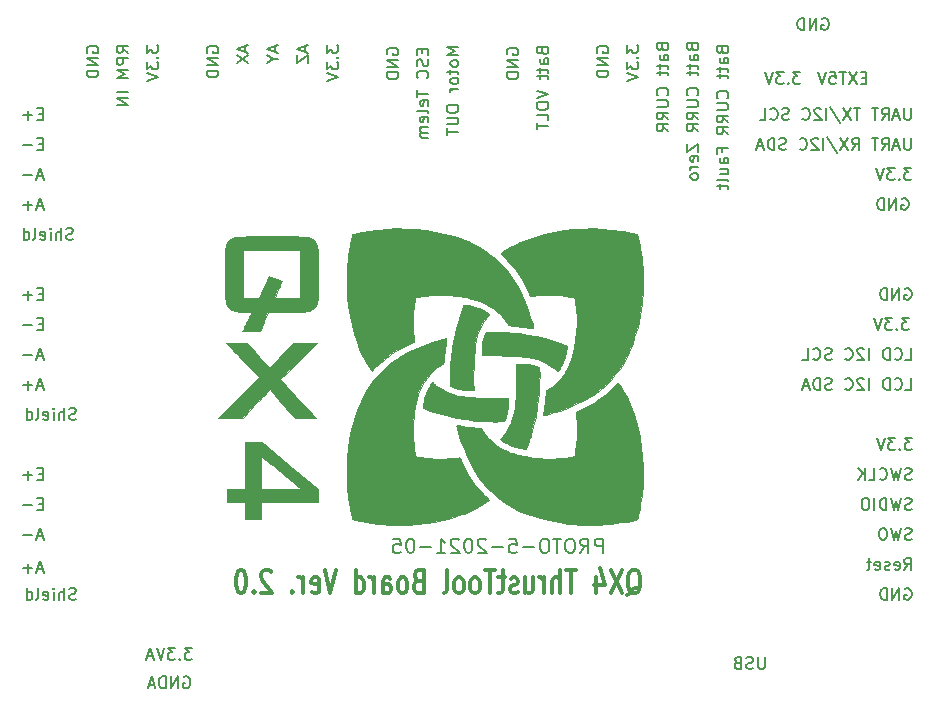
<source format=gbo>
G04 #@! TF.GenerationSoftware,KiCad,Pcbnew,(5.1.9)-1*
G04 #@! TF.CreationDate,2022-04-19T13:51:38+02:00*
G04 #@! TF.ProjectId,thrust_v2,74687275-7374-45f7-9632-2e6b69636164,2.0.3*
G04 #@! TF.SameCoordinates,Original*
G04 #@! TF.FileFunction,Legend,Bot*
G04 #@! TF.FilePolarity,Positive*
%FSLAX46Y46*%
G04 Gerber Fmt 4.6, Leading zero omitted, Abs format (unit mm)*
G04 Created by KiCad (PCBNEW (5.1.9)-1) date 2022-04-19 13:51:38*
%MOMM*%
%LPD*%
G01*
G04 APERTURE LIST*
%ADD10C,0.150000*%
%ADD11C,0.300000*%
%ADD12C,0.200000*%
%ADD13C,0.010000*%
G04 APERTURE END LIST*
D10*
X168647904Y-122134380D02*
X168647904Y-122943904D01*
X168600285Y-123039142D01*
X168552666Y-123086761D01*
X168457428Y-123134380D01*
X168266952Y-123134380D01*
X168171714Y-123086761D01*
X168124095Y-123039142D01*
X168076476Y-122943904D01*
X168076476Y-122134380D01*
X167647904Y-123086761D02*
X167505047Y-123134380D01*
X167266952Y-123134380D01*
X167171714Y-123086761D01*
X167124095Y-123039142D01*
X167076476Y-122943904D01*
X167076476Y-122848666D01*
X167124095Y-122753428D01*
X167171714Y-122705809D01*
X167266952Y-122658190D01*
X167457428Y-122610571D01*
X167552666Y-122562952D01*
X167600285Y-122515333D01*
X167647904Y-122420095D01*
X167647904Y-122324857D01*
X167600285Y-122229619D01*
X167552666Y-122182000D01*
X167457428Y-122134380D01*
X167219333Y-122134380D01*
X167076476Y-122182000D01*
X166314571Y-122610571D02*
X166171714Y-122658190D01*
X166124095Y-122705809D01*
X166076476Y-122801047D01*
X166076476Y-122943904D01*
X166124095Y-123039142D01*
X166171714Y-123086761D01*
X166266952Y-123134380D01*
X166647904Y-123134380D01*
X166647904Y-122134380D01*
X166314571Y-122134380D01*
X166219333Y-122182000D01*
X166171714Y-122229619D01*
X166124095Y-122324857D01*
X166124095Y-122420095D01*
X166171714Y-122515333D01*
X166219333Y-122562952D01*
X166314571Y-122610571D01*
X166647904Y-122610571D01*
X180544214Y-96972380D02*
X181020404Y-96972380D01*
X181020404Y-95972380D01*
X179639452Y-96877142D02*
X179687071Y-96924761D01*
X179829928Y-96972380D01*
X179925166Y-96972380D01*
X180068023Y-96924761D01*
X180163261Y-96829523D01*
X180210880Y-96734285D01*
X180258500Y-96543809D01*
X180258500Y-96400952D01*
X180210880Y-96210476D01*
X180163261Y-96115238D01*
X180068023Y-96020000D01*
X179925166Y-95972380D01*
X179829928Y-95972380D01*
X179687071Y-96020000D01*
X179639452Y-96067619D01*
X179210880Y-96972380D02*
X179210880Y-95972380D01*
X178972785Y-95972380D01*
X178829928Y-96020000D01*
X178734690Y-96115238D01*
X178687071Y-96210476D01*
X178639452Y-96400952D01*
X178639452Y-96543809D01*
X178687071Y-96734285D01*
X178734690Y-96829523D01*
X178829928Y-96924761D01*
X178972785Y-96972380D01*
X179210880Y-96972380D01*
X177448976Y-96972380D02*
X177448976Y-95972380D01*
X177020404Y-96067619D02*
X176972785Y-96020000D01*
X176877547Y-95972380D01*
X176639452Y-95972380D01*
X176544214Y-96020000D01*
X176496595Y-96067619D01*
X176448976Y-96162857D01*
X176448976Y-96258095D01*
X176496595Y-96400952D01*
X177068023Y-96972380D01*
X176448976Y-96972380D01*
X175448976Y-96877142D02*
X175496595Y-96924761D01*
X175639452Y-96972380D01*
X175734690Y-96972380D01*
X175877547Y-96924761D01*
X175972785Y-96829523D01*
X176020404Y-96734285D01*
X176068023Y-96543809D01*
X176068023Y-96400952D01*
X176020404Y-96210476D01*
X175972785Y-96115238D01*
X175877547Y-96020000D01*
X175734690Y-95972380D01*
X175639452Y-95972380D01*
X175496595Y-96020000D01*
X175448976Y-96067619D01*
X174306119Y-96924761D02*
X174163261Y-96972380D01*
X173925166Y-96972380D01*
X173829928Y-96924761D01*
X173782309Y-96877142D01*
X173734690Y-96781904D01*
X173734690Y-96686666D01*
X173782309Y-96591428D01*
X173829928Y-96543809D01*
X173925166Y-96496190D01*
X174115642Y-96448571D01*
X174210880Y-96400952D01*
X174258500Y-96353333D01*
X174306119Y-96258095D01*
X174306119Y-96162857D01*
X174258500Y-96067619D01*
X174210880Y-96020000D01*
X174115642Y-95972380D01*
X173877547Y-95972380D01*
X173734690Y-96020000D01*
X172734690Y-96877142D02*
X172782309Y-96924761D01*
X172925166Y-96972380D01*
X173020404Y-96972380D01*
X173163261Y-96924761D01*
X173258500Y-96829523D01*
X173306119Y-96734285D01*
X173353738Y-96543809D01*
X173353738Y-96400952D01*
X173306119Y-96210476D01*
X173258500Y-96115238D01*
X173163261Y-96020000D01*
X173020404Y-95972380D01*
X172925166Y-95972380D01*
X172782309Y-96020000D01*
X172734690Y-96067619D01*
X171829928Y-96972380D02*
X172306119Y-96972380D01*
X172306119Y-95972380D01*
X180544214Y-99512380D02*
X181020404Y-99512380D01*
X181020404Y-98512380D01*
X179639452Y-99417142D02*
X179687071Y-99464761D01*
X179829928Y-99512380D01*
X179925166Y-99512380D01*
X180068023Y-99464761D01*
X180163261Y-99369523D01*
X180210880Y-99274285D01*
X180258500Y-99083809D01*
X180258500Y-98940952D01*
X180210880Y-98750476D01*
X180163261Y-98655238D01*
X180068023Y-98560000D01*
X179925166Y-98512380D01*
X179829928Y-98512380D01*
X179687071Y-98560000D01*
X179639452Y-98607619D01*
X179210880Y-99512380D02*
X179210880Y-98512380D01*
X178972785Y-98512380D01*
X178829928Y-98560000D01*
X178734690Y-98655238D01*
X178687071Y-98750476D01*
X178639452Y-98940952D01*
X178639452Y-99083809D01*
X178687071Y-99274285D01*
X178734690Y-99369523D01*
X178829928Y-99464761D01*
X178972785Y-99512380D01*
X179210880Y-99512380D01*
X177448976Y-99512380D02*
X177448976Y-98512380D01*
X177020404Y-98607619D02*
X176972785Y-98560000D01*
X176877547Y-98512380D01*
X176639452Y-98512380D01*
X176544214Y-98560000D01*
X176496595Y-98607619D01*
X176448976Y-98702857D01*
X176448976Y-98798095D01*
X176496595Y-98940952D01*
X177068023Y-99512380D01*
X176448976Y-99512380D01*
X175448976Y-99417142D02*
X175496595Y-99464761D01*
X175639452Y-99512380D01*
X175734690Y-99512380D01*
X175877547Y-99464761D01*
X175972785Y-99369523D01*
X176020404Y-99274285D01*
X176068023Y-99083809D01*
X176068023Y-98940952D01*
X176020404Y-98750476D01*
X175972785Y-98655238D01*
X175877547Y-98560000D01*
X175734690Y-98512380D01*
X175639452Y-98512380D01*
X175496595Y-98560000D01*
X175448976Y-98607619D01*
X174306119Y-99464761D02*
X174163261Y-99512380D01*
X173925166Y-99512380D01*
X173829928Y-99464761D01*
X173782309Y-99417142D01*
X173734690Y-99321904D01*
X173734690Y-99226666D01*
X173782309Y-99131428D01*
X173829928Y-99083809D01*
X173925166Y-99036190D01*
X174115642Y-98988571D01*
X174210880Y-98940952D01*
X174258500Y-98893333D01*
X174306119Y-98798095D01*
X174306119Y-98702857D01*
X174258500Y-98607619D01*
X174210880Y-98560000D01*
X174115642Y-98512380D01*
X173877547Y-98512380D01*
X173734690Y-98560000D01*
X173306119Y-99512380D02*
X173306119Y-98512380D01*
X173068023Y-98512380D01*
X172925166Y-98560000D01*
X172829928Y-98655238D01*
X172782309Y-98750476D01*
X172734690Y-98940952D01*
X172734690Y-99083809D01*
X172782309Y-99274285D01*
X172829928Y-99369523D01*
X172925166Y-99464761D01*
X173068023Y-99512380D01*
X173306119Y-99512380D01*
X172353738Y-99226666D02*
X171877547Y-99226666D01*
X172448976Y-99512380D02*
X172115642Y-98512380D01*
X171782309Y-99512380D01*
X129706666Y-70391976D02*
X129706666Y-70868166D01*
X129992380Y-70296738D02*
X128992380Y-70630071D01*
X129992380Y-70963404D01*
X128992380Y-71201500D02*
X128992380Y-71868166D01*
X129992380Y-71201500D01*
X129992380Y-71868166D01*
X127166666Y-70391976D02*
X127166666Y-70868166D01*
X127452380Y-70296738D02*
X126452380Y-70630071D01*
X127452380Y-70963404D01*
X126976190Y-71487214D02*
X127452380Y-71487214D01*
X126452380Y-71153880D02*
X126976190Y-71487214D01*
X126452380Y-71820547D01*
X124626666Y-70391976D02*
X124626666Y-70868166D01*
X124912380Y-70296738D02*
X123912380Y-70630071D01*
X124912380Y-70963404D01*
X123912380Y-71201500D02*
X124912380Y-71868166D01*
X123912380Y-71868166D02*
X124912380Y-71201500D01*
X131532380Y-70344357D02*
X131532380Y-70963404D01*
X131913333Y-70630071D01*
X131913333Y-70772928D01*
X131960952Y-70868166D01*
X132008571Y-70915785D01*
X132103809Y-70963404D01*
X132341904Y-70963404D01*
X132437142Y-70915785D01*
X132484761Y-70868166D01*
X132532380Y-70772928D01*
X132532380Y-70487214D01*
X132484761Y-70391976D01*
X132437142Y-70344357D01*
X132437142Y-71391976D02*
X132484761Y-71439595D01*
X132532380Y-71391976D01*
X132484761Y-71344357D01*
X132437142Y-71391976D01*
X132532380Y-71391976D01*
X131532380Y-71772928D02*
X131532380Y-72391976D01*
X131913333Y-72058642D01*
X131913333Y-72201500D01*
X131960952Y-72296738D01*
X132008571Y-72344357D01*
X132103809Y-72391976D01*
X132341904Y-72391976D01*
X132437142Y-72344357D01*
X132484761Y-72296738D01*
X132532380Y-72201500D01*
X132532380Y-71915785D01*
X132484761Y-71820547D01*
X132437142Y-71772928D01*
X131532380Y-72677690D02*
X132532380Y-73011023D01*
X131532380Y-73344357D01*
X121420000Y-70963404D02*
X121372380Y-70868166D01*
X121372380Y-70725309D01*
X121420000Y-70582452D01*
X121515238Y-70487214D01*
X121610476Y-70439595D01*
X121800952Y-70391976D01*
X121943809Y-70391976D01*
X122134285Y-70439595D01*
X122229523Y-70487214D01*
X122324761Y-70582452D01*
X122372380Y-70725309D01*
X122372380Y-70820547D01*
X122324761Y-70963404D01*
X122277142Y-71011023D01*
X121943809Y-71011023D01*
X121943809Y-70820547D01*
X122372380Y-71439595D02*
X121372380Y-71439595D01*
X122372380Y-72011023D01*
X121372380Y-72011023D01*
X122372380Y-72487214D02*
X121372380Y-72487214D01*
X121372380Y-72725309D01*
X121420000Y-72868166D01*
X121515238Y-72963404D01*
X121610476Y-73011023D01*
X121800952Y-73058642D01*
X121943809Y-73058642D01*
X122134285Y-73011023D01*
X122229523Y-72963404D01*
X122324761Y-72868166D01*
X122372380Y-72725309D01*
X122372380Y-72487214D01*
X120141761Y-121372380D02*
X119522714Y-121372380D01*
X119856047Y-121753333D01*
X119713190Y-121753333D01*
X119617952Y-121800952D01*
X119570333Y-121848571D01*
X119522714Y-121943809D01*
X119522714Y-122181904D01*
X119570333Y-122277142D01*
X119617952Y-122324761D01*
X119713190Y-122372380D01*
X119998904Y-122372380D01*
X120094142Y-122324761D01*
X120141761Y-122277142D01*
X119094142Y-122277142D02*
X119046523Y-122324761D01*
X119094142Y-122372380D01*
X119141761Y-122324761D01*
X119094142Y-122277142D01*
X119094142Y-122372380D01*
X118713190Y-121372380D02*
X118094142Y-121372380D01*
X118427476Y-121753333D01*
X118284619Y-121753333D01*
X118189380Y-121800952D01*
X118141761Y-121848571D01*
X118094142Y-121943809D01*
X118094142Y-122181904D01*
X118141761Y-122277142D01*
X118189380Y-122324761D01*
X118284619Y-122372380D01*
X118570333Y-122372380D01*
X118665571Y-122324761D01*
X118713190Y-122277142D01*
X117808428Y-121372380D02*
X117475095Y-122372380D01*
X117141761Y-121372380D01*
X116856047Y-122086666D02*
X116379857Y-122086666D01*
X116951285Y-122372380D02*
X116617952Y-121372380D01*
X116284619Y-122372380D01*
X119427476Y-123833000D02*
X119522714Y-123785380D01*
X119665571Y-123785380D01*
X119808428Y-123833000D01*
X119903666Y-123928238D01*
X119951285Y-124023476D01*
X119998904Y-124213952D01*
X119998904Y-124356809D01*
X119951285Y-124547285D01*
X119903666Y-124642523D01*
X119808428Y-124737761D01*
X119665571Y-124785380D01*
X119570333Y-124785380D01*
X119427476Y-124737761D01*
X119379857Y-124690142D01*
X119379857Y-124356809D01*
X119570333Y-124356809D01*
X118951285Y-124785380D02*
X118951285Y-123785380D01*
X118379857Y-124785380D01*
X118379857Y-123785380D01*
X117903666Y-124785380D02*
X117903666Y-123785380D01*
X117665571Y-123785380D01*
X117522714Y-123833000D01*
X117427476Y-123928238D01*
X117379857Y-124023476D01*
X117332238Y-124213952D01*
X117332238Y-124356809D01*
X117379857Y-124547285D01*
X117427476Y-124642523D01*
X117522714Y-124737761D01*
X117665571Y-124785380D01*
X117903666Y-124785380D01*
X116951285Y-124499666D02*
X116475095Y-124499666D01*
X117046523Y-124785380D02*
X116713190Y-123785380D01*
X116379857Y-124785380D01*
X156932380Y-70344357D02*
X156932380Y-70963404D01*
X157313333Y-70630071D01*
X157313333Y-70772928D01*
X157360952Y-70868166D01*
X157408571Y-70915785D01*
X157503809Y-70963404D01*
X157741904Y-70963404D01*
X157837142Y-70915785D01*
X157884761Y-70868166D01*
X157932380Y-70772928D01*
X157932380Y-70487214D01*
X157884761Y-70391976D01*
X157837142Y-70344357D01*
X157837142Y-71391976D02*
X157884761Y-71439595D01*
X157932380Y-71391976D01*
X157884761Y-71344357D01*
X157837142Y-71391976D01*
X157932380Y-71391976D01*
X156932380Y-71772928D02*
X156932380Y-72391976D01*
X157313333Y-72058642D01*
X157313333Y-72201500D01*
X157360952Y-72296738D01*
X157408571Y-72344357D01*
X157503809Y-72391976D01*
X157741904Y-72391976D01*
X157837142Y-72344357D01*
X157884761Y-72296738D01*
X157932380Y-72201500D01*
X157932380Y-71915785D01*
X157884761Y-71820547D01*
X157837142Y-71772928D01*
X156932380Y-72677690D02*
X157932380Y-73011023D01*
X156932380Y-73344357D01*
D11*
X157005714Y-116919238D02*
X157148571Y-116824000D01*
X157291428Y-116633523D01*
X157505714Y-116347809D01*
X157648571Y-116252571D01*
X157791428Y-116252571D01*
X157720000Y-116728761D02*
X157862857Y-116633523D01*
X158005714Y-116443047D01*
X158077142Y-116062095D01*
X158077142Y-115395428D01*
X158005714Y-115014476D01*
X157862857Y-114824000D01*
X157720000Y-114728761D01*
X157434285Y-114728761D01*
X157291428Y-114824000D01*
X157148571Y-115014476D01*
X157077142Y-115395428D01*
X157077142Y-116062095D01*
X157148571Y-116443047D01*
X157291428Y-116633523D01*
X157434285Y-116728761D01*
X157720000Y-116728761D01*
X156577142Y-114728761D02*
X155577142Y-116728761D01*
X155577142Y-114728761D02*
X156577142Y-116728761D01*
X154362857Y-115395428D02*
X154362857Y-116728761D01*
X154720000Y-114633523D02*
X155077142Y-116062095D01*
X154148571Y-116062095D01*
X152648571Y-114728761D02*
X151791428Y-114728761D01*
X152220000Y-116728761D02*
X152220000Y-114728761D01*
X151291428Y-116728761D02*
X151291428Y-114728761D01*
X150648571Y-116728761D02*
X150648571Y-115681142D01*
X150720000Y-115490666D01*
X150862857Y-115395428D01*
X151077142Y-115395428D01*
X151220000Y-115490666D01*
X151291428Y-115585904D01*
X149934285Y-116728761D02*
X149934285Y-115395428D01*
X149934285Y-115776380D02*
X149862857Y-115585904D01*
X149791428Y-115490666D01*
X149648571Y-115395428D01*
X149505714Y-115395428D01*
X148362857Y-115395428D02*
X148362857Y-116728761D01*
X149005714Y-115395428D02*
X149005714Y-116443047D01*
X148934285Y-116633523D01*
X148791428Y-116728761D01*
X148577142Y-116728761D01*
X148434285Y-116633523D01*
X148362857Y-116538285D01*
X147720000Y-116633523D02*
X147577142Y-116728761D01*
X147291428Y-116728761D01*
X147148571Y-116633523D01*
X147077142Y-116443047D01*
X147077142Y-116347809D01*
X147148571Y-116157333D01*
X147291428Y-116062095D01*
X147505714Y-116062095D01*
X147648571Y-115966857D01*
X147720000Y-115776380D01*
X147720000Y-115681142D01*
X147648571Y-115490666D01*
X147505714Y-115395428D01*
X147291428Y-115395428D01*
X147148571Y-115490666D01*
X146648571Y-115395428D02*
X146077142Y-115395428D01*
X146434285Y-114728761D02*
X146434285Y-116443047D01*
X146362857Y-116633523D01*
X146220000Y-116728761D01*
X146077142Y-116728761D01*
X145791428Y-114728761D02*
X144934285Y-114728761D01*
X145362857Y-116728761D02*
X145362857Y-114728761D01*
X144220000Y-116728761D02*
X144362857Y-116633523D01*
X144434285Y-116538285D01*
X144505714Y-116347809D01*
X144505714Y-115776380D01*
X144434285Y-115585904D01*
X144362857Y-115490666D01*
X144220000Y-115395428D01*
X144005714Y-115395428D01*
X143862857Y-115490666D01*
X143791428Y-115585904D01*
X143720000Y-115776380D01*
X143720000Y-116347809D01*
X143791428Y-116538285D01*
X143862857Y-116633523D01*
X144005714Y-116728761D01*
X144220000Y-116728761D01*
X142862857Y-116728761D02*
X143005714Y-116633523D01*
X143077142Y-116538285D01*
X143148571Y-116347809D01*
X143148571Y-115776380D01*
X143077142Y-115585904D01*
X143005714Y-115490666D01*
X142862857Y-115395428D01*
X142648571Y-115395428D01*
X142505714Y-115490666D01*
X142434285Y-115585904D01*
X142362857Y-115776380D01*
X142362857Y-116347809D01*
X142434285Y-116538285D01*
X142505714Y-116633523D01*
X142648571Y-116728761D01*
X142862857Y-116728761D01*
X141505714Y-116728761D02*
X141648571Y-116633523D01*
X141720000Y-116443047D01*
X141720000Y-114728761D01*
X139291428Y-115681142D02*
X139077142Y-115776380D01*
X139005714Y-115871619D01*
X138934285Y-116062095D01*
X138934285Y-116347809D01*
X139005714Y-116538285D01*
X139077142Y-116633523D01*
X139220000Y-116728761D01*
X139791428Y-116728761D01*
X139791428Y-114728761D01*
X139291428Y-114728761D01*
X139148571Y-114824000D01*
X139077142Y-114919238D01*
X139005714Y-115109714D01*
X139005714Y-115300190D01*
X139077142Y-115490666D01*
X139148571Y-115585904D01*
X139291428Y-115681142D01*
X139791428Y-115681142D01*
X138077142Y-116728761D02*
X138220000Y-116633523D01*
X138291428Y-116538285D01*
X138362857Y-116347809D01*
X138362857Y-115776380D01*
X138291428Y-115585904D01*
X138220000Y-115490666D01*
X138077142Y-115395428D01*
X137862857Y-115395428D01*
X137720000Y-115490666D01*
X137648571Y-115585904D01*
X137577142Y-115776380D01*
X137577142Y-116347809D01*
X137648571Y-116538285D01*
X137720000Y-116633523D01*
X137862857Y-116728761D01*
X138077142Y-116728761D01*
X136291428Y-116728761D02*
X136291428Y-115681142D01*
X136362857Y-115490666D01*
X136505714Y-115395428D01*
X136791428Y-115395428D01*
X136934285Y-115490666D01*
X136291428Y-116633523D02*
X136434285Y-116728761D01*
X136791428Y-116728761D01*
X136934285Y-116633523D01*
X137005714Y-116443047D01*
X137005714Y-116252571D01*
X136934285Y-116062095D01*
X136791428Y-115966857D01*
X136434285Y-115966857D01*
X136291428Y-115871619D01*
X135577142Y-116728761D02*
X135577142Y-115395428D01*
X135577142Y-115776380D02*
X135505714Y-115585904D01*
X135434285Y-115490666D01*
X135291428Y-115395428D01*
X135148571Y-115395428D01*
X134005714Y-116728761D02*
X134005714Y-114728761D01*
X134005714Y-116633523D02*
X134148571Y-116728761D01*
X134434285Y-116728761D01*
X134577142Y-116633523D01*
X134648571Y-116538285D01*
X134720000Y-116347809D01*
X134720000Y-115776380D01*
X134648571Y-115585904D01*
X134577142Y-115490666D01*
X134434285Y-115395428D01*
X134148571Y-115395428D01*
X134005714Y-115490666D01*
X132362857Y-114728761D02*
X131862857Y-116728761D01*
X131362857Y-114728761D01*
X130291428Y-116633523D02*
X130434285Y-116728761D01*
X130720000Y-116728761D01*
X130862857Y-116633523D01*
X130934285Y-116443047D01*
X130934285Y-115681142D01*
X130862857Y-115490666D01*
X130720000Y-115395428D01*
X130434285Y-115395428D01*
X130291428Y-115490666D01*
X130220000Y-115681142D01*
X130220000Y-115871619D01*
X130934285Y-116062095D01*
X129577142Y-116728761D02*
X129577142Y-115395428D01*
X129577142Y-115776380D02*
X129505714Y-115585904D01*
X129434285Y-115490666D01*
X129291428Y-115395428D01*
X129148571Y-115395428D01*
X128648571Y-116538285D02*
X128577142Y-116633523D01*
X128648571Y-116728761D01*
X128720000Y-116633523D01*
X128648571Y-116538285D01*
X128648571Y-116728761D01*
X126862857Y-114919238D02*
X126791428Y-114824000D01*
X126648571Y-114728761D01*
X126291428Y-114728761D01*
X126148571Y-114824000D01*
X126077142Y-114919238D01*
X126005714Y-115109714D01*
X126005714Y-115300190D01*
X126077142Y-115585904D01*
X126934285Y-116728761D01*
X126005714Y-116728761D01*
X125362857Y-116538285D02*
X125291428Y-116633523D01*
X125362857Y-116728761D01*
X125434285Y-116633523D01*
X125362857Y-116538285D01*
X125362857Y-116728761D01*
X124362857Y-114728761D02*
X124220000Y-114728761D01*
X124077142Y-114824000D01*
X124005714Y-114919238D01*
X123934285Y-115109714D01*
X123862857Y-115490666D01*
X123862857Y-115966857D01*
X123934285Y-116347809D01*
X124005714Y-116538285D01*
X124077142Y-116633523D01*
X124220000Y-116728761D01*
X124362857Y-116728761D01*
X124505714Y-116633523D01*
X124577142Y-116538285D01*
X124648571Y-116347809D01*
X124720000Y-115966857D01*
X124720000Y-115490666D01*
X124648571Y-115109714D01*
X124577142Y-114919238D01*
X124505714Y-114824000D01*
X124362857Y-114728761D01*
D10*
X165028571Y-70772928D02*
X165076190Y-70915785D01*
X165123809Y-70963404D01*
X165219047Y-71011023D01*
X165361904Y-71011023D01*
X165457142Y-70963404D01*
X165504761Y-70915785D01*
X165552380Y-70820547D01*
X165552380Y-70439595D01*
X164552380Y-70439595D01*
X164552380Y-70772928D01*
X164600000Y-70868166D01*
X164647619Y-70915785D01*
X164742857Y-70963404D01*
X164838095Y-70963404D01*
X164933333Y-70915785D01*
X164980952Y-70868166D01*
X165028571Y-70772928D01*
X165028571Y-70439595D01*
X165552380Y-71868166D02*
X165028571Y-71868166D01*
X164933333Y-71820547D01*
X164885714Y-71725309D01*
X164885714Y-71534833D01*
X164933333Y-71439595D01*
X165504761Y-71868166D02*
X165552380Y-71772928D01*
X165552380Y-71534833D01*
X165504761Y-71439595D01*
X165409523Y-71391976D01*
X165314285Y-71391976D01*
X165219047Y-71439595D01*
X165171428Y-71534833D01*
X165171428Y-71772928D01*
X165123809Y-71868166D01*
X164885714Y-72201500D02*
X164885714Y-72582452D01*
X164552380Y-72344357D02*
X165409523Y-72344357D01*
X165504761Y-72391976D01*
X165552380Y-72487214D01*
X165552380Y-72582452D01*
X164885714Y-72772928D02*
X164885714Y-73153880D01*
X164552380Y-72915785D02*
X165409523Y-72915785D01*
X165504761Y-72963404D01*
X165552380Y-73058642D01*
X165552380Y-73153880D01*
X165457142Y-74820547D02*
X165504761Y-74772928D01*
X165552380Y-74630071D01*
X165552380Y-74534833D01*
X165504761Y-74391976D01*
X165409523Y-74296738D01*
X165314285Y-74249119D01*
X165123809Y-74201500D01*
X164980952Y-74201500D01*
X164790476Y-74249119D01*
X164695238Y-74296738D01*
X164600000Y-74391976D01*
X164552380Y-74534833D01*
X164552380Y-74630071D01*
X164600000Y-74772928D01*
X164647619Y-74820547D01*
X164552380Y-75249119D02*
X165361904Y-75249119D01*
X165457142Y-75296738D01*
X165504761Y-75344357D01*
X165552380Y-75439595D01*
X165552380Y-75630071D01*
X165504761Y-75725309D01*
X165457142Y-75772928D01*
X165361904Y-75820547D01*
X164552380Y-75820547D01*
X165552380Y-76868166D02*
X165076190Y-76534833D01*
X165552380Y-76296738D02*
X164552380Y-76296738D01*
X164552380Y-76677690D01*
X164600000Y-76772928D01*
X164647619Y-76820547D01*
X164742857Y-76868166D01*
X164885714Y-76868166D01*
X164980952Y-76820547D01*
X165028571Y-76772928D01*
X165076190Y-76677690D01*
X165076190Y-76296738D01*
X165552380Y-77868166D02*
X165076190Y-77534833D01*
X165552380Y-77296738D02*
X164552380Y-77296738D01*
X164552380Y-77677690D01*
X164600000Y-77772928D01*
X164647619Y-77820547D01*
X164742857Y-77868166D01*
X164885714Y-77868166D01*
X164980952Y-77820547D01*
X165028571Y-77772928D01*
X165076190Y-77677690D01*
X165076190Y-77296738D01*
X165028571Y-79391976D02*
X165028571Y-79058642D01*
X165552380Y-79058642D02*
X164552380Y-79058642D01*
X164552380Y-79534833D01*
X165552380Y-80344357D02*
X165028571Y-80344357D01*
X164933333Y-80296738D01*
X164885714Y-80201500D01*
X164885714Y-80011023D01*
X164933333Y-79915785D01*
X165504761Y-80344357D02*
X165552380Y-80249119D01*
X165552380Y-80011023D01*
X165504761Y-79915785D01*
X165409523Y-79868166D01*
X165314285Y-79868166D01*
X165219047Y-79915785D01*
X165171428Y-80011023D01*
X165171428Y-80249119D01*
X165123809Y-80344357D01*
X164885714Y-81249119D02*
X165552380Y-81249119D01*
X164885714Y-80820547D02*
X165409523Y-80820547D01*
X165504761Y-80868166D01*
X165552380Y-80963404D01*
X165552380Y-81106261D01*
X165504761Y-81201500D01*
X165457142Y-81249119D01*
X165552380Y-81868166D02*
X165504761Y-81772928D01*
X165409523Y-81725309D01*
X164552380Y-81725309D01*
X164885714Y-82106261D02*
X164885714Y-82487214D01*
X164552380Y-82249119D02*
X165409523Y-82249119D01*
X165504761Y-82296738D01*
X165552380Y-82391976D01*
X165552380Y-82487214D01*
X162488571Y-70518928D02*
X162536190Y-70661785D01*
X162583809Y-70709404D01*
X162679047Y-70757023D01*
X162821904Y-70757023D01*
X162917142Y-70709404D01*
X162964761Y-70661785D01*
X163012380Y-70566547D01*
X163012380Y-70185595D01*
X162012380Y-70185595D01*
X162012380Y-70518928D01*
X162060000Y-70614166D01*
X162107619Y-70661785D01*
X162202857Y-70709404D01*
X162298095Y-70709404D01*
X162393333Y-70661785D01*
X162440952Y-70614166D01*
X162488571Y-70518928D01*
X162488571Y-70185595D01*
X163012380Y-71614166D02*
X162488571Y-71614166D01*
X162393333Y-71566547D01*
X162345714Y-71471309D01*
X162345714Y-71280833D01*
X162393333Y-71185595D01*
X162964761Y-71614166D02*
X163012380Y-71518928D01*
X163012380Y-71280833D01*
X162964761Y-71185595D01*
X162869523Y-71137976D01*
X162774285Y-71137976D01*
X162679047Y-71185595D01*
X162631428Y-71280833D01*
X162631428Y-71518928D01*
X162583809Y-71614166D01*
X162345714Y-71947500D02*
X162345714Y-72328452D01*
X162012380Y-72090357D02*
X162869523Y-72090357D01*
X162964761Y-72137976D01*
X163012380Y-72233214D01*
X163012380Y-72328452D01*
X162345714Y-72518928D02*
X162345714Y-72899880D01*
X162012380Y-72661785D02*
X162869523Y-72661785D01*
X162964761Y-72709404D01*
X163012380Y-72804642D01*
X163012380Y-72899880D01*
X162917142Y-74566547D02*
X162964761Y-74518928D01*
X163012380Y-74376071D01*
X163012380Y-74280833D01*
X162964761Y-74137976D01*
X162869523Y-74042738D01*
X162774285Y-73995119D01*
X162583809Y-73947500D01*
X162440952Y-73947500D01*
X162250476Y-73995119D01*
X162155238Y-74042738D01*
X162060000Y-74137976D01*
X162012380Y-74280833D01*
X162012380Y-74376071D01*
X162060000Y-74518928D01*
X162107619Y-74566547D01*
X162012380Y-74995119D02*
X162821904Y-74995119D01*
X162917142Y-75042738D01*
X162964761Y-75090357D01*
X163012380Y-75185595D01*
X163012380Y-75376071D01*
X162964761Y-75471309D01*
X162917142Y-75518928D01*
X162821904Y-75566547D01*
X162012380Y-75566547D01*
X163012380Y-76614166D02*
X162536190Y-76280833D01*
X163012380Y-76042738D02*
X162012380Y-76042738D01*
X162012380Y-76423690D01*
X162060000Y-76518928D01*
X162107619Y-76566547D01*
X162202857Y-76614166D01*
X162345714Y-76614166D01*
X162440952Y-76566547D01*
X162488571Y-76518928D01*
X162536190Y-76423690D01*
X162536190Y-76042738D01*
X163012380Y-77614166D02*
X162536190Y-77280833D01*
X163012380Y-77042738D02*
X162012380Y-77042738D01*
X162012380Y-77423690D01*
X162060000Y-77518928D01*
X162107619Y-77566547D01*
X162202857Y-77614166D01*
X162345714Y-77614166D01*
X162440952Y-77566547D01*
X162488571Y-77518928D01*
X162536190Y-77423690D01*
X162536190Y-77042738D01*
X162012380Y-78709404D02*
X162012380Y-79376071D01*
X163012380Y-78709404D01*
X163012380Y-79376071D01*
X162964761Y-80137976D02*
X163012380Y-80042738D01*
X163012380Y-79852261D01*
X162964761Y-79757023D01*
X162869523Y-79709404D01*
X162488571Y-79709404D01*
X162393333Y-79757023D01*
X162345714Y-79852261D01*
X162345714Y-80042738D01*
X162393333Y-80137976D01*
X162488571Y-80185595D01*
X162583809Y-80185595D01*
X162679047Y-79709404D01*
X163012380Y-80614166D02*
X162345714Y-80614166D01*
X162536190Y-80614166D02*
X162440952Y-80661785D01*
X162393333Y-80709404D01*
X162345714Y-80804642D01*
X162345714Y-80899880D01*
X163012380Y-81376071D02*
X162964761Y-81280833D01*
X162917142Y-81233214D01*
X162821904Y-81185595D01*
X162536190Y-81185595D01*
X162440952Y-81233214D01*
X162393333Y-81280833D01*
X162345714Y-81376071D01*
X162345714Y-81518928D01*
X162393333Y-81614166D01*
X162440952Y-81661785D01*
X162536190Y-81709404D01*
X162821904Y-81709404D01*
X162917142Y-81661785D01*
X162964761Y-81614166D01*
X163012380Y-81518928D01*
X163012380Y-81376071D01*
X159948571Y-70518928D02*
X159996190Y-70661785D01*
X160043809Y-70709404D01*
X160139047Y-70757023D01*
X160281904Y-70757023D01*
X160377142Y-70709404D01*
X160424761Y-70661785D01*
X160472380Y-70566547D01*
X160472380Y-70185595D01*
X159472380Y-70185595D01*
X159472380Y-70518928D01*
X159520000Y-70614166D01*
X159567619Y-70661785D01*
X159662857Y-70709404D01*
X159758095Y-70709404D01*
X159853333Y-70661785D01*
X159900952Y-70614166D01*
X159948571Y-70518928D01*
X159948571Y-70185595D01*
X160472380Y-71614166D02*
X159948571Y-71614166D01*
X159853333Y-71566547D01*
X159805714Y-71471309D01*
X159805714Y-71280833D01*
X159853333Y-71185595D01*
X160424761Y-71614166D02*
X160472380Y-71518928D01*
X160472380Y-71280833D01*
X160424761Y-71185595D01*
X160329523Y-71137976D01*
X160234285Y-71137976D01*
X160139047Y-71185595D01*
X160091428Y-71280833D01*
X160091428Y-71518928D01*
X160043809Y-71614166D01*
X159805714Y-71947500D02*
X159805714Y-72328452D01*
X159472380Y-72090357D02*
X160329523Y-72090357D01*
X160424761Y-72137976D01*
X160472380Y-72233214D01*
X160472380Y-72328452D01*
X159805714Y-72518928D02*
X159805714Y-72899880D01*
X159472380Y-72661785D02*
X160329523Y-72661785D01*
X160424761Y-72709404D01*
X160472380Y-72804642D01*
X160472380Y-72899880D01*
X160377142Y-74566547D02*
X160424761Y-74518928D01*
X160472380Y-74376071D01*
X160472380Y-74280833D01*
X160424761Y-74137976D01*
X160329523Y-74042738D01*
X160234285Y-73995119D01*
X160043809Y-73947500D01*
X159900952Y-73947500D01*
X159710476Y-73995119D01*
X159615238Y-74042738D01*
X159520000Y-74137976D01*
X159472380Y-74280833D01*
X159472380Y-74376071D01*
X159520000Y-74518928D01*
X159567619Y-74566547D01*
X159472380Y-74995119D02*
X160281904Y-74995119D01*
X160377142Y-75042738D01*
X160424761Y-75090357D01*
X160472380Y-75185595D01*
X160472380Y-75376071D01*
X160424761Y-75471309D01*
X160377142Y-75518928D01*
X160281904Y-75566547D01*
X159472380Y-75566547D01*
X160472380Y-76614166D02*
X159996190Y-76280833D01*
X160472380Y-76042738D02*
X159472380Y-76042738D01*
X159472380Y-76423690D01*
X159520000Y-76518928D01*
X159567619Y-76566547D01*
X159662857Y-76614166D01*
X159805714Y-76614166D01*
X159900952Y-76566547D01*
X159948571Y-76518928D01*
X159996190Y-76423690D01*
X159996190Y-76042738D01*
X160472380Y-77614166D02*
X159996190Y-77280833D01*
X160472380Y-77042738D02*
X159472380Y-77042738D01*
X159472380Y-77423690D01*
X159520000Y-77518928D01*
X159567619Y-77566547D01*
X159662857Y-77614166D01*
X159805714Y-77614166D01*
X159900952Y-77566547D01*
X159948571Y-77518928D01*
X159996190Y-77423690D01*
X159996190Y-77042738D01*
X149788571Y-70842571D02*
X149836190Y-70985428D01*
X149883809Y-71033047D01*
X149979047Y-71080666D01*
X150121904Y-71080666D01*
X150217142Y-71033047D01*
X150264761Y-70985428D01*
X150312380Y-70890190D01*
X150312380Y-70509238D01*
X149312380Y-70509238D01*
X149312380Y-70842571D01*
X149360000Y-70937809D01*
X149407619Y-70985428D01*
X149502857Y-71033047D01*
X149598095Y-71033047D01*
X149693333Y-70985428D01*
X149740952Y-70937809D01*
X149788571Y-70842571D01*
X149788571Y-70509238D01*
X150312380Y-71937809D02*
X149788571Y-71937809D01*
X149693333Y-71890190D01*
X149645714Y-71794952D01*
X149645714Y-71604476D01*
X149693333Y-71509238D01*
X150264761Y-71937809D02*
X150312380Y-71842571D01*
X150312380Y-71604476D01*
X150264761Y-71509238D01*
X150169523Y-71461619D01*
X150074285Y-71461619D01*
X149979047Y-71509238D01*
X149931428Y-71604476D01*
X149931428Y-71842571D01*
X149883809Y-71937809D01*
X149645714Y-72271142D02*
X149645714Y-72652095D01*
X149312380Y-72414000D02*
X150169523Y-72414000D01*
X150264761Y-72461619D01*
X150312380Y-72556857D01*
X150312380Y-72652095D01*
X149645714Y-72842571D02*
X149645714Y-73223523D01*
X149312380Y-72985428D02*
X150169523Y-72985428D01*
X150264761Y-73033047D01*
X150312380Y-73128285D01*
X150312380Y-73223523D01*
X149312380Y-74175904D02*
X150312380Y-74509238D01*
X149312380Y-74842571D01*
X149312380Y-75366380D02*
X149312380Y-75556857D01*
X149360000Y-75652095D01*
X149455238Y-75747333D01*
X149645714Y-75794952D01*
X149979047Y-75794952D01*
X150169523Y-75747333D01*
X150264761Y-75652095D01*
X150312380Y-75556857D01*
X150312380Y-75366380D01*
X150264761Y-75271142D01*
X150169523Y-75175904D01*
X149979047Y-75128285D01*
X149645714Y-75128285D01*
X149455238Y-75175904D01*
X149360000Y-75271142D01*
X149312380Y-75366380D01*
X150312380Y-76699714D02*
X150312380Y-76223523D01*
X149312380Y-76223523D01*
X149312380Y-76890190D02*
X149312380Y-77461619D01*
X150312380Y-77175904D02*
X149312380Y-77175904D01*
X142692380Y-70525142D02*
X141692380Y-70525142D01*
X142406666Y-70858476D01*
X141692380Y-71191809D01*
X142692380Y-71191809D01*
X142692380Y-71810857D02*
X142644761Y-71715619D01*
X142597142Y-71668000D01*
X142501904Y-71620380D01*
X142216190Y-71620380D01*
X142120952Y-71668000D01*
X142073333Y-71715619D01*
X142025714Y-71810857D01*
X142025714Y-71953714D01*
X142073333Y-72048952D01*
X142120952Y-72096571D01*
X142216190Y-72144190D01*
X142501904Y-72144190D01*
X142597142Y-72096571D01*
X142644761Y-72048952D01*
X142692380Y-71953714D01*
X142692380Y-71810857D01*
X142025714Y-72429904D02*
X142025714Y-72810857D01*
X141692380Y-72572761D02*
X142549523Y-72572761D01*
X142644761Y-72620380D01*
X142692380Y-72715619D01*
X142692380Y-72810857D01*
X142692380Y-73287047D02*
X142644761Y-73191809D01*
X142597142Y-73144190D01*
X142501904Y-73096571D01*
X142216190Y-73096571D01*
X142120952Y-73144190D01*
X142073333Y-73191809D01*
X142025714Y-73287047D01*
X142025714Y-73429904D01*
X142073333Y-73525142D01*
X142120952Y-73572761D01*
X142216190Y-73620380D01*
X142501904Y-73620380D01*
X142597142Y-73572761D01*
X142644761Y-73525142D01*
X142692380Y-73429904D01*
X142692380Y-73287047D01*
X142692380Y-74048952D02*
X142025714Y-74048952D01*
X142216190Y-74048952D02*
X142120952Y-74096571D01*
X142073333Y-74144190D01*
X142025714Y-74239428D01*
X142025714Y-74334666D01*
X141692380Y-75620380D02*
X141692380Y-75810857D01*
X141740000Y-75906095D01*
X141835238Y-76001333D01*
X142025714Y-76048952D01*
X142359047Y-76048952D01*
X142549523Y-76001333D01*
X142644761Y-75906095D01*
X142692380Y-75810857D01*
X142692380Y-75620380D01*
X142644761Y-75525142D01*
X142549523Y-75429904D01*
X142359047Y-75382285D01*
X142025714Y-75382285D01*
X141835238Y-75429904D01*
X141740000Y-75525142D01*
X141692380Y-75620380D01*
X141692380Y-76477523D02*
X142501904Y-76477523D01*
X142597142Y-76525142D01*
X142644761Y-76572761D01*
X142692380Y-76668000D01*
X142692380Y-76858476D01*
X142644761Y-76953714D01*
X142597142Y-77001333D01*
X142501904Y-77048952D01*
X141692380Y-77048952D01*
X141692380Y-77382285D02*
X141692380Y-77953714D01*
X142692380Y-77668000D02*
X141692380Y-77668000D01*
X139628571Y-70683904D02*
X139628571Y-71017238D01*
X140152380Y-71160095D02*
X140152380Y-70683904D01*
X139152380Y-70683904D01*
X139152380Y-71160095D01*
X140104761Y-71541047D02*
X140152380Y-71683904D01*
X140152380Y-71922000D01*
X140104761Y-72017238D01*
X140057142Y-72064857D01*
X139961904Y-72112476D01*
X139866666Y-72112476D01*
X139771428Y-72064857D01*
X139723809Y-72017238D01*
X139676190Y-71922000D01*
X139628571Y-71731523D01*
X139580952Y-71636285D01*
X139533333Y-71588666D01*
X139438095Y-71541047D01*
X139342857Y-71541047D01*
X139247619Y-71588666D01*
X139200000Y-71636285D01*
X139152380Y-71731523D01*
X139152380Y-71969619D01*
X139200000Y-72112476D01*
X140057142Y-73112476D02*
X140104761Y-73064857D01*
X140152380Y-72922000D01*
X140152380Y-72826761D01*
X140104761Y-72683904D01*
X140009523Y-72588666D01*
X139914285Y-72541047D01*
X139723809Y-72493428D01*
X139580952Y-72493428D01*
X139390476Y-72541047D01*
X139295238Y-72588666D01*
X139200000Y-72683904D01*
X139152380Y-72826761D01*
X139152380Y-72922000D01*
X139200000Y-73064857D01*
X139247619Y-73112476D01*
X139152380Y-74160095D02*
X139152380Y-74731523D01*
X140152380Y-74445809D02*
X139152380Y-74445809D01*
X140104761Y-75445809D02*
X140152380Y-75350571D01*
X140152380Y-75160095D01*
X140104761Y-75064857D01*
X140009523Y-75017238D01*
X139628571Y-75017238D01*
X139533333Y-75064857D01*
X139485714Y-75160095D01*
X139485714Y-75350571D01*
X139533333Y-75445809D01*
X139628571Y-75493428D01*
X139723809Y-75493428D01*
X139819047Y-75017238D01*
X140152380Y-76064857D02*
X140104761Y-75969619D01*
X140009523Y-75922000D01*
X139152380Y-75922000D01*
X140104761Y-76826761D02*
X140152380Y-76731523D01*
X140152380Y-76541047D01*
X140104761Y-76445809D01*
X140009523Y-76398190D01*
X139628571Y-76398190D01*
X139533333Y-76445809D01*
X139485714Y-76541047D01*
X139485714Y-76731523D01*
X139533333Y-76826761D01*
X139628571Y-76874380D01*
X139723809Y-76874380D01*
X139819047Y-76398190D01*
X140152380Y-77302952D02*
X139485714Y-77302952D01*
X139580952Y-77302952D02*
X139533333Y-77350571D01*
X139485714Y-77445809D01*
X139485714Y-77588666D01*
X139533333Y-77683904D01*
X139628571Y-77731523D01*
X140152380Y-77731523D01*
X139628571Y-77731523D02*
X139533333Y-77779142D01*
X139485714Y-77874380D01*
X139485714Y-78017238D01*
X139533333Y-78112476D01*
X139628571Y-78160095D01*
X140152380Y-78160095D01*
X114752380Y-70993238D02*
X114276190Y-70659904D01*
X114752380Y-70421809D02*
X113752380Y-70421809D01*
X113752380Y-70802761D01*
X113800000Y-70898000D01*
X113847619Y-70945619D01*
X113942857Y-70993238D01*
X114085714Y-70993238D01*
X114180952Y-70945619D01*
X114228571Y-70898000D01*
X114276190Y-70802761D01*
X114276190Y-70421809D01*
X114752380Y-71421809D02*
X113752380Y-71421809D01*
X113752380Y-71802761D01*
X113800000Y-71898000D01*
X113847619Y-71945619D01*
X113942857Y-71993238D01*
X114085714Y-71993238D01*
X114180952Y-71945619D01*
X114228571Y-71898000D01*
X114276190Y-71802761D01*
X114276190Y-71421809D01*
X114752380Y-72421809D02*
X113752380Y-72421809D01*
X114466666Y-72755142D01*
X113752380Y-73088476D01*
X114752380Y-73088476D01*
X114752380Y-74326571D02*
X113752380Y-74326571D01*
X114752380Y-74802761D02*
X113752380Y-74802761D01*
X114752380Y-75374190D01*
X113752380Y-75374190D01*
X116292380Y-70344357D02*
X116292380Y-70963404D01*
X116673333Y-70630071D01*
X116673333Y-70772928D01*
X116720952Y-70868166D01*
X116768571Y-70915785D01*
X116863809Y-70963404D01*
X117101904Y-70963404D01*
X117197142Y-70915785D01*
X117244761Y-70868166D01*
X117292380Y-70772928D01*
X117292380Y-70487214D01*
X117244761Y-70391976D01*
X117197142Y-70344357D01*
X117197142Y-71391976D02*
X117244761Y-71439595D01*
X117292380Y-71391976D01*
X117244761Y-71344357D01*
X117197142Y-71391976D01*
X117292380Y-71391976D01*
X116292380Y-71772928D02*
X116292380Y-72391976D01*
X116673333Y-72058642D01*
X116673333Y-72201500D01*
X116720952Y-72296738D01*
X116768571Y-72344357D01*
X116863809Y-72391976D01*
X117101904Y-72391976D01*
X117197142Y-72344357D01*
X117244761Y-72296738D01*
X117292380Y-72201500D01*
X117292380Y-71915785D01*
X117244761Y-71820547D01*
X117197142Y-71772928D01*
X116292380Y-72677690D02*
X117292380Y-73011023D01*
X116292380Y-73344357D01*
X111260000Y-70963404D02*
X111212380Y-70868166D01*
X111212380Y-70725309D01*
X111260000Y-70582452D01*
X111355238Y-70487214D01*
X111450476Y-70439595D01*
X111640952Y-70391976D01*
X111783809Y-70391976D01*
X111974285Y-70439595D01*
X112069523Y-70487214D01*
X112164761Y-70582452D01*
X112212380Y-70725309D01*
X112212380Y-70820547D01*
X112164761Y-70963404D01*
X112117142Y-71011023D01*
X111783809Y-71011023D01*
X111783809Y-70820547D01*
X112212380Y-71439595D02*
X111212380Y-71439595D01*
X112212380Y-72011023D01*
X111212380Y-72011023D01*
X112212380Y-72487214D02*
X111212380Y-72487214D01*
X111212380Y-72725309D01*
X111260000Y-72868166D01*
X111355238Y-72963404D01*
X111450476Y-73011023D01*
X111640952Y-73058642D01*
X111783809Y-73058642D01*
X111974285Y-73011023D01*
X112069523Y-72963404D01*
X112164761Y-72868166D01*
X112212380Y-72725309D01*
X112212380Y-72487214D01*
X136660000Y-71120095D02*
X136612380Y-71024857D01*
X136612380Y-70882000D01*
X136660000Y-70739142D01*
X136755238Y-70643904D01*
X136850476Y-70596285D01*
X137040952Y-70548666D01*
X137183809Y-70548666D01*
X137374285Y-70596285D01*
X137469523Y-70643904D01*
X137564761Y-70739142D01*
X137612380Y-70882000D01*
X137612380Y-70977238D01*
X137564761Y-71120095D01*
X137517142Y-71167714D01*
X137183809Y-71167714D01*
X137183809Y-70977238D01*
X137612380Y-71596285D02*
X136612380Y-71596285D01*
X137612380Y-72167714D01*
X136612380Y-72167714D01*
X137612380Y-72643904D02*
X136612380Y-72643904D01*
X136612380Y-72882000D01*
X136660000Y-73024857D01*
X136755238Y-73120095D01*
X136850476Y-73167714D01*
X137040952Y-73215333D01*
X137183809Y-73215333D01*
X137374285Y-73167714D01*
X137469523Y-73120095D01*
X137564761Y-73024857D01*
X137612380Y-72882000D01*
X137612380Y-72643904D01*
X146820000Y-71120095D02*
X146772380Y-71024857D01*
X146772380Y-70882000D01*
X146820000Y-70739142D01*
X146915238Y-70643904D01*
X147010476Y-70596285D01*
X147200952Y-70548666D01*
X147343809Y-70548666D01*
X147534285Y-70596285D01*
X147629523Y-70643904D01*
X147724761Y-70739142D01*
X147772380Y-70882000D01*
X147772380Y-70977238D01*
X147724761Y-71120095D01*
X147677142Y-71167714D01*
X147343809Y-71167714D01*
X147343809Y-70977238D01*
X147772380Y-71596285D02*
X146772380Y-71596285D01*
X147772380Y-72167714D01*
X146772380Y-72167714D01*
X147772380Y-72643904D02*
X146772380Y-72643904D01*
X146772380Y-72882000D01*
X146820000Y-73024857D01*
X146915238Y-73120095D01*
X147010476Y-73167714D01*
X147200952Y-73215333D01*
X147343809Y-73215333D01*
X147534285Y-73167714D01*
X147629523Y-73120095D01*
X147724761Y-73024857D01*
X147772380Y-72882000D01*
X147772380Y-72643904D01*
X154440000Y-70963404D02*
X154392380Y-70868166D01*
X154392380Y-70725309D01*
X154440000Y-70582452D01*
X154535238Y-70487214D01*
X154630476Y-70439595D01*
X154820952Y-70391976D01*
X154963809Y-70391976D01*
X155154285Y-70439595D01*
X155249523Y-70487214D01*
X155344761Y-70582452D01*
X155392380Y-70725309D01*
X155392380Y-70820547D01*
X155344761Y-70963404D01*
X155297142Y-71011023D01*
X154963809Y-71011023D01*
X154963809Y-70820547D01*
X155392380Y-71439595D02*
X154392380Y-71439595D01*
X155392380Y-72011023D01*
X154392380Y-72011023D01*
X155392380Y-72487214D02*
X154392380Y-72487214D01*
X154392380Y-72725309D01*
X154440000Y-72868166D01*
X154535238Y-72963404D01*
X154630476Y-73011023D01*
X154820952Y-73058642D01*
X154963809Y-73058642D01*
X155154285Y-73011023D01*
X155249523Y-72963404D01*
X155344761Y-72868166D01*
X155392380Y-72725309D01*
X155392380Y-72487214D01*
X177236190Y-73080571D02*
X176902857Y-73080571D01*
X176760000Y-73604380D02*
X177236190Y-73604380D01*
X177236190Y-72604380D01*
X176760000Y-72604380D01*
X176426666Y-72604380D02*
X175760000Y-73604380D01*
X175760000Y-72604380D02*
X176426666Y-73604380D01*
X175521904Y-72604380D02*
X174950476Y-72604380D01*
X175236190Y-73604380D02*
X175236190Y-72604380D01*
X174140952Y-72604380D02*
X174617142Y-72604380D01*
X174664761Y-73080571D01*
X174617142Y-73032952D01*
X174521904Y-72985333D01*
X174283809Y-72985333D01*
X174188571Y-73032952D01*
X174140952Y-73080571D01*
X174093333Y-73175809D01*
X174093333Y-73413904D01*
X174140952Y-73509142D01*
X174188571Y-73556761D01*
X174283809Y-73604380D01*
X174521904Y-73604380D01*
X174617142Y-73556761D01*
X174664761Y-73509142D01*
X173807619Y-72604380D02*
X173474285Y-73604380D01*
X173140952Y-72604380D01*
X171656190Y-72604380D02*
X171037142Y-72604380D01*
X171370476Y-72985333D01*
X171227619Y-72985333D01*
X171132380Y-73032952D01*
X171084761Y-73080571D01*
X171037142Y-73175809D01*
X171037142Y-73413904D01*
X171084761Y-73509142D01*
X171132380Y-73556761D01*
X171227619Y-73604380D01*
X171513333Y-73604380D01*
X171608571Y-73556761D01*
X171656190Y-73509142D01*
X170608571Y-73509142D02*
X170560952Y-73556761D01*
X170608571Y-73604380D01*
X170656190Y-73556761D01*
X170608571Y-73509142D01*
X170608571Y-73604380D01*
X170227619Y-72604380D02*
X169608571Y-72604380D01*
X169941904Y-72985333D01*
X169799047Y-72985333D01*
X169703809Y-73032952D01*
X169656190Y-73080571D01*
X169608571Y-73175809D01*
X169608571Y-73413904D01*
X169656190Y-73509142D01*
X169703809Y-73556761D01*
X169799047Y-73604380D01*
X170084761Y-73604380D01*
X170180000Y-73556761D01*
X170227619Y-73509142D01*
X169322857Y-72604380D02*
X168989523Y-73604380D01*
X168656190Y-72604380D01*
X173481904Y-68080000D02*
X173577142Y-68032380D01*
X173720000Y-68032380D01*
X173862857Y-68080000D01*
X173958095Y-68175238D01*
X174005714Y-68270476D01*
X174053333Y-68460952D01*
X174053333Y-68603809D01*
X174005714Y-68794285D01*
X173958095Y-68889523D01*
X173862857Y-68984761D01*
X173720000Y-69032380D01*
X173624761Y-69032380D01*
X173481904Y-68984761D01*
X173434285Y-68937142D01*
X173434285Y-68603809D01*
X173624761Y-68603809D01*
X173005714Y-69032380D02*
X173005714Y-68032380D01*
X172434285Y-69032380D01*
X172434285Y-68032380D01*
X171958095Y-69032380D02*
X171958095Y-68032380D01*
X171720000Y-68032380D01*
X171577142Y-68080000D01*
X171481904Y-68175238D01*
X171434285Y-68270476D01*
X171386666Y-68460952D01*
X171386666Y-68603809D01*
X171434285Y-68794285D01*
X171481904Y-68889523D01*
X171577142Y-68984761D01*
X171720000Y-69032380D01*
X171958095Y-69032380D01*
X181020404Y-75652380D02*
X181020404Y-76461904D01*
X180972785Y-76557142D01*
X180925166Y-76604761D01*
X180829928Y-76652380D01*
X180639452Y-76652380D01*
X180544214Y-76604761D01*
X180496595Y-76557142D01*
X180448976Y-76461904D01*
X180448976Y-75652380D01*
X180020404Y-76366666D02*
X179544214Y-76366666D01*
X180115642Y-76652380D02*
X179782309Y-75652380D01*
X179448976Y-76652380D01*
X178544214Y-76652380D02*
X178877547Y-76176190D01*
X179115642Y-76652380D02*
X179115642Y-75652380D01*
X178734690Y-75652380D01*
X178639452Y-75700000D01*
X178591833Y-75747619D01*
X178544214Y-75842857D01*
X178544214Y-75985714D01*
X178591833Y-76080952D01*
X178639452Y-76128571D01*
X178734690Y-76176190D01*
X179115642Y-76176190D01*
X178258500Y-75652380D02*
X177687071Y-75652380D01*
X177972785Y-76652380D02*
X177972785Y-75652380D01*
X176734690Y-75652380D02*
X176163261Y-75652380D01*
X176448976Y-76652380D02*
X176448976Y-75652380D01*
X175925166Y-75652380D02*
X175258500Y-76652380D01*
X175258500Y-75652380D02*
X175925166Y-76652380D01*
X174163261Y-75604761D02*
X175020404Y-76890476D01*
X173829928Y-76652380D02*
X173829928Y-75652380D01*
X173401357Y-75747619D02*
X173353738Y-75700000D01*
X173258500Y-75652380D01*
X173020404Y-75652380D01*
X172925166Y-75700000D01*
X172877547Y-75747619D01*
X172829928Y-75842857D01*
X172829928Y-75938095D01*
X172877547Y-76080952D01*
X173448976Y-76652380D01*
X172829928Y-76652380D01*
X171829928Y-76557142D02*
X171877547Y-76604761D01*
X172020404Y-76652380D01*
X172115642Y-76652380D01*
X172258500Y-76604761D01*
X172353738Y-76509523D01*
X172401357Y-76414285D01*
X172448976Y-76223809D01*
X172448976Y-76080952D01*
X172401357Y-75890476D01*
X172353738Y-75795238D01*
X172258500Y-75700000D01*
X172115642Y-75652380D01*
X172020404Y-75652380D01*
X171877547Y-75700000D01*
X171829928Y-75747619D01*
X170687071Y-76604761D02*
X170544214Y-76652380D01*
X170306119Y-76652380D01*
X170210880Y-76604761D01*
X170163261Y-76557142D01*
X170115642Y-76461904D01*
X170115642Y-76366666D01*
X170163261Y-76271428D01*
X170210880Y-76223809D01*
X170306119Y-76176190D01*
X170496595Y-76128571D01*
X170591833Y-76080952D01*
X170639452Y-76033333D01*
X170687071Y-75938095D01*
X170687071Y-75842857D01*
X170639452Y-75747619D01*
X170591833Y-75700000D01*
X170496595Y-75652380D01*
X170258500Y-75652380D01*
X170115642Y-75700000D01*
X169115642Y-76557142D02*
X169163261Y-76604761D01*
X169306119Y-76652380D01*
X169401357Y-76652380D01*
X169544214Y-76604761D01*
X169639452Y-76509523D01*
X169687071Y-76414285D01*
X169734690Y-76223809D01*
X169734690Y-76080952D01*
X169687071Y-75890476D01*
X169639452Y-75795238D01*
X169544214Y-75700000D01*
X169401357Y-75652380D01*
X169306119Y-75652380D01*
X169163261Y-75700000D01*
X169115642Y-75747619D01*
X168210880Y-76652380D02*
X168687071Y-76652380D01*
X168687071Y-75652380D01*
X181020404Y-78192380D02*
X181020404Y-79001904D01*
X180972785Y-79097142D01*
X180925166Y-79144761D01*
X180829928Y-79192380D01*
X180639452Y-79192380D01*
X180544214Y-79144761D01*
X180496595Y-79097142D01*
X180448976Y-79001904D01*
X180448976Y-78192380D01*
X180020404Y-78906666D02*
X179544214Y-78906666D01*
X180115642Y-79192380D02*
X179782309Y-78192380D01*
X179448976Y-79192380D01*
X178544214Y-79192380D02*
X178877547Y-78716190D01*
X179115642Y-79192380D02*
X179115642Y-78192380D01*
X178734690Y-78192380D01*
X178639452Y-78240000D01*
X178591833Y-78287619D01*
X178544214Y-78382857D01*
X178544214Y-78525714D01*
X178591833Y-78620952D01*
X178639452Y-78668571D01*
X178734690Y-78716190D01*
X179115642Y-78716190D01*
X178258500Y-78192380D02*
X177687071Y-78192380D01*
X177972785Y-79192380D02*
X177972785Y-78192380D01*
X176020404Y-79192380D02*
X176353738Y-78716190D01*
X176591833Y-79192380D02*
X176591833Y-78192380D01*
X176210880Y-78192380D01*
X176115642Y-78240000D01*
X176068023Y-78287619D01*
X176020404Y-78382857D01*
X176020404Y-78525714D01*
X176068023Y-78620952D01*
X176115642Y-78668571D01*
X176210880Y-78716190D01*
X176591833Y-78716190D01*
X175687071Y-78192380D02*
X175020404Y-79192380D01*
X175020404Y-78192380D02*
X175687071Y-79192380D01*
X173925166Y-78144761D02*
X174782309Y-79430476D01*
X173591833Y-79192380D02*
X173591833Y-78192380D01*
X173163261Y-78287619D02*
X173115642Y-78240000D01*
X173020404Y-78192380D01*
X172782309Y-78192380D01*
X172687071Y-78240000D01*
X172639452Y-78287619D01*
X172591833Y-78382857D01*
X172591833Y-78478095D01*
X172639452Y-78620952D01*
X173210880Y-79192380D01*
X172591833Y-79192380D01*
X171591833Y-79097142D02*
X171639452Y-79144761D01*
X171782309Y-79192380D01*
X171877547Y-79192380D01*
X172020404Y-79144761D01*
X172115642Y-79049523D01*
X172163261Y-78954285D01*
X172210880Y-78763809D01*
X172210880Y-78620952D01*
X172163261Y-78430476D01*
X172115642Y-78335238D01*
X172020404Y-78240000D01*
X171877547Y-78192380D01*
X171782309Y-78192380D01*
X171639452Y-78240000D01*
X171591833Y-78287619D01*
X170448976Y-79144761D02*
X170306119Y-79192380D01*
X170068023Y-79192380D01*
X169972785Y-79144761D01*
X169925166Y-79097142D01*
X169877547Y-79001904D01*
X169877547Y-78906666D01*
X169925166Y-78811428D01*
X169972785Y-78763809D01*
X170068023Y-78716190D01*
X170258500Y-78668571D01*
X170353738Y-78620952D01*
X170401357Y-78573333D01*
X170448976Y-78478095D01*
X170448976Y-78382857D01*
X170401357Y-78287619D01*
X170353738Y-78240000D01*
X170258500Y-78192380D01*
X170020404Y-78192380D01*
X169877547Y-78240000D01*
X169448976Y-79192380D02*
X169448976Y-78192380D01*
X169210880Y-78192380D01*
X169068023Y-78240000D01*
X168972785Y-78335238D01*
X168925166Y-78430476D01*
X168877547Y-78620952D01*
X168877547Y-78763809D01*
X168925166Y-78954285D01*
X168972785Y-79049523D01*
X169068023Y-79144761D01*
X169210880Y-79192380D01*
X169448976Y-79192380D01*
X168496595Y-78906666D02*
X168020404Y-78906666D01*
X168591833Y-79192380D02*
X168258500Y-78192380D01*
X167925166Y-79192380D01*
X180242595Y-83320000D02*
X180337833Y-83272380D01*
X180480690Y-83272380D01*
X180623547Y-83320000D01*
X180718785Y-83415238D01*
X180766404Y-83510476D01*
X180814023Y-83700952D01*
X180814023Y-83843809D01*
X180766404Y-84034285D01*
X180718785Y-84129523D01*
X180623547Y-84224761D01*
X180480690Y-84272380D01*
X180385452Y-84272380D01*
X180242595Y-84224761D01*
X180194976Y-84177142D01*
X180194976Y-83843809D01*
X180385452Y-83843809D01*
X179766404Y-84272380D02*
X179766404Y-83272380D01*
X179194976Y-84272380D01*
X179194976Y-83272380D01*
X178718785Y-84272380D02*
X178718785Y-83272380D01*
X178480690Y-83272380D01*
X178337833Y-83320000D01*
X178242595Y-83415238D01*
X178194976Y-83510476D01*
X178147357Y-83700952D01*
X178147357Y-83843809D01*
X178194976Y-84034285D01*
X178242595Y-84129523D01*
X178337833Y-84224761D01*
X178480690Y-84272380D01*
X178718785Y-84272380D01*
X180496595Y-90940000D02*
X180591833Y-90892380D01*
X180734690Y-90892380D01*
X180877547Y-90940000D01*
X180972785Y-91035238D01*
X181020404Y-91130476D01*
X181068023Y-91320952D01*
X181068023Y-91463809D01*
X181020404Y-91654285D01*
X180972785Y-91749523D01*
X180877547Y-91844761D01*
X180734690Y-91892380D01*
X180639452Y-91892380D01*
X180496595Y-91844761D01*
X180448976Y-91797142D01*
X180448976Y-91463809D01*
X180639452Y-91463809D01*
X180020404Y-91892380D02*
X180020404Y-90892380D01*
X179448976Y-91892380D01*
X179448976Y-90892380D01*
X178972785Y-91892380D02*
X178972785Y-90892380D01*
X178734690Y-90892380D01*
X178591833Y-90940000D01*
X178496595Y-91035238D01*
X178448976Y-91130476D01*
X178401357Y-91320952D01*
X178401357Y-91463809D01*
X178448976Y-91654285D01*
X178496595Y-91749523D01*
X178591833Y-91844761D01*
X178734690Y-91892380D01*
X178972785Y-91892380D01*
X181054190Y-80732380D02*
X180435142Y-80732380D01*
X180768476Y-81113333D01*
X180625619Y-81113333D01*
X180530380Y-81160952D01*
X180482761Y-81208571D01*
X180435142Y-81303809D01*
X180435142Y-81541904D01*
X180482761Y-81637142D01*
X180530380Y-81684761D01*
X180625619Y-81732380D01*
X180911333Y-81732380D01*
X181006571Y-81684761D01*
X181054190Y-81637142D01*
X180006571Y-81637142D02*
X179958952Y-81684761D01*
X180006571Y-81732380D01*
X180054190Y-81684761D01*
X180006571Y-81637142D01*
X180006571Y-81732380D01*
X179625619Y-80732380D02*
X179006571Y-80732380D01*
X179339904Y-81113333D01*
X179197047Y-81113333D01*
X179101809Y-81160952D01*
X179054190Y-81208571D01*
X179006571Y-81303809D01*
X179006571Y-81541904D01*
X179054190Y-81637142D01*
X179101809Y-81684761D01*
X179197047Y-81732380D01*
X179482761Y-81732380D01*
X179578000Y-81684761D01*
X179625619Y-81637142D01*
X178720857Y-80732380D02*
X178387523Y-81732380D01*
X178054190Y-80732380D01*
X180861642Y-93432380D02*
X180242595Y-93432380D01*
X180575928Y-93813333D01*
X180433071Y-93813333D01*
X180337833Y-93860952D01*
X180290214Y-93908571D01*
X180242595Y-94003809D01*
X180242595Y-94241904D01*
X180290214Y-94337142D01*
X180337833Y-94384761D01*
X180433071Y-94432380D01*
X180718785Y-94432380D01*
X180814023Y-94384761D01*
X180861642Y-94337142D01*
X179814023Y-94337142D02*
X179766404Y-94384761D01*
X179814023Y-94432380D01*
X179861642Y-94384761D01*
X179814023Y-94337142D01*
X179814023Y-94432380D01*
X179433071Y-93432380D02*
X178814023Y-93432380D01*
X179147357Y-93813333D01*
X179004500Y-93813333D01*
X178909261Y-93860952D01*
X178861642Y-93908571D01*
X178814023Y-94003809D01*
X178814023Y-94241904D01*
X178861642Y-94337142D01*
X178909261Y-94384761D01*
X179004500Y-94432380D01*
X179290214Y-94432380D01*
X179385452Y-94384761D01*
X179433071Y-94337142D01*
X178528309Y-93432380D02*
X178194976Y-94432380D01*
X177861642Y-93432380D01*
D12*
X154907142Y-113318857D02*
X154907142Y-112118857D01*
X154450000Y-112118857D01*
X154335714Y-112176000D01*
X154278571Y-112233142D01*
X154221428Y-112347428D01*
X154221428Y-112518857D01*
X154278571Y-112633142D01*
X154335714Y-112690285D01*
X154450000Y-112747428D01*
X154907142Y-112747428D01*
X153021428Y-113318857D02*
X153421428Y-112747428D01*
X153707142Y-113318857D02*
X153707142Y-112118857D01*
X153250000Y-112118857D01*
X153135714Y-112176000D01*
X153078571Y-112233142D01*
X153021428Y-112347428D01*
X153021428Y-112518857D01*
X153078571Y-112633142D01*
X153135714Y-112690285D01*
X153250000Y-112747428D01*
X153707142Y-112747428D01*
X152278571Y-112118857D02*
X152050000Y-112118857D01*
X151935714Y-112176000D01*
X151821428Y-112290285D01*
X151764285Y-112518857D01*
X151764285Y-112918857D01*
X151821428Y-113147428D01*
X151935714Y-113261714D01*
X152050000Y-113318857D01*
X152278571Y-113318857D01*
X152392857Y-113261714D01*
X152507142Y-113147428D01*
X152564285Y-112918857D01*
X152564285Y-112518857D01*
X152507142Y-112290285D01*
X152392857Y-112176000D01*
X152278571Y-112118857D01*
X151421428Y-112118857D02*
X150735714Y-112118857D01*
X151078571Y-113318857D02*
X151078571Y-112118857D01*
X150107142Y-112118857D02*
X149878571Y-112118857D01*
X149764285Y-112176000D01*
X149650000Y-112290285D01*
X149592857Y-112518857D01*
X149592857Y-112918857D01*
X149650000Y-113147428D01*
X149764285Y-113261714D01*
X149878571Y-113318857D01*
X150107142Y-113318857D01*
X150221428Y-113261714D01*
X150335714Y-113147428D01*
X150392857Y-112918857D01*
X150392857Y-112518857D01*
X150335714Y-112290285D01*
X150221428Y-112176000D01*
X150107142Y-112118857D01*
X149078571Y-112861714D02*
X148164285Y-112861714D01*
X147021428Y-112118857D02*
X147592857Y-112118857D01*
X147650000Y-112690285D01*
X147592857Y-112633142D01*
X147478571Y-112576000D01*
X147192857Y-112576000D01*
X147078571Y-112633142D01*
X147021428Y-112690285D01*
X146964285Y-112804571D01*
X146964285Y-113090285D01*
X147021428Y-113204571D01*
X147078571Y-113261714D01*
X147192857Y-113318857D01*
X147478571Y-113318857D01*
X147592857Y-113261714D01*
X147650000Y-113204571D01*
X146450000Y-112861714D02*
X145535714Y-112861714D01*
X145021428Y-112233142D02*
X144964285Y-112176000D01*
X144850000Y-112118857D01*
X144564285Y-112118857D01*
X144450000Y-112176000D01*
X144392857Y-112233142D01*
X144335714Y-112347428D01*
X144335714Y-112461714D01*
X144392857Y-112633142D01*
X145078571Y-113318857D01*
X144335714Y-113318857D01*
X143592857Y-112118857D02*
X143478571Y-112118857D01*
X143364285Y-112176000D01*
X143307142Y-112233142D01*
X143250000Y-112347428D01*
X143192857Y-112576000D01*
X143192857Y-112861714D01*
X143250000Y-113090285D01*
X143307142Y-113204571D01*
X143364285Y-113261714D01*
X143478571Y-113318857D01*
X143592857Y-113318857D01*
X143707142Y-113261714D01*
X143764285Y-113204571D01*
X143821428Y-113090285D01*
X143878571Y-112861714D01*
X143878571Y-112576000D01*
X143821428Y-112347428D01*
X143764285Y-112233142D01*
X143707142Y-112176000D01*
X143592857Y-112118857D01*
X142735714Y-112233142D02*
X142678571Y-112176000D01*
X142564285Y-112118857D01*
X142278571Y-112118857D01*
X142164285Y-112176000D01*
X142107142Y-112233142D01*
X142050000Y-112347428D01*
X142050000Y-112461714D01*
X142107142Y-112633142D01*
X142792857Y-113318857D01*
X142050000Y-113318857D01*
X140907142Y-113318857D02*
X141592857Y-113318857D01*
X141250000Y-113318857D02*
X141250000Y-112118857D01*
X141364285Y-112290285D01*
X141478571Y-112404571D01*
X141592857Y-112461714D01*
X140392857Y-112861714D02*
X139478571Y-112861714D01*
X138678571Y-112118857D02*
X138564285Y-112118857D01*
X138450000Y-112176000D01*
X138392857Y-112233142D01*
X138335714Y-112347428D01*
X138278571Y-112576000D01*
X138278571Y-112861714D01*
X138335714Y-113090285D01*
X138392857Y-113204571D01*
X138450000Y-113261714D01*
X138564285Y-113318857D01*
X138678571Y-113318857D01*
X138792857Y-113261714D01*
X138850000Y-113204571D01*
X138907142Y-113090285D01*
X138964285Y-112861714D01*
X138964285Y-112576000D01*
X138907142Y-112347428D01*
X138850000Y-112233142D01*
X138792857Y-112176000D01*
X138678571Y-112118857D01*
X137192857Y-112118857D02*
X137764285Y-112118857D01*
X137821428Y-112690285D01*
X137764285Y-112633142D01*
X137650000Y-112576000D01*
X137364285Y-112576000D01*
X137250000Y-112633142D01*
X137192857Y-112690285D01*
X137135714Y-112804571D01*
X137135714Y-113090285D01*
X137192857Y-113204571D01*
X137250000Y-113261714D01*
X137364285Y-113318857D01*
X137650000Y-113318857D01*
X137764285Y-113261714D01*
X137821428Y-113204571D01*
D10*
X107513333Y-91368571D02*
X107180000Y-91368571D01*
X107037142Y-91892380D02*
X107513333Y-91892380D01*
X107513333Y-90892380D01*
X107037142Y-90892380D01*
X106608571Y-91511428D02*
X105846666Y-91511428D01*
X106227619Y-91892380D02*
X106227619Y-91130476D01*
X107537142Y-99226666D02*
X107060952Y-99226666D01*
X107632380Y-99512380D02*
X107299047Y-98512380D01*
X106965714Y-99512380D01*
X106632380Y-99131428D02*
X105870476Y-99131428D01*
X106251428Y-99512380D02*
X106251428Y-98750476D01*
X107537142Y-96686666D02*
X107060952Y-96686666D01*
X107632380Y-96972380D02*
X107299047Y-95972380D01*
X106965714Y-96972380D01*
X106632380Y-96591428D02*
X105870476Y-96591428D01*
X110323047Y-102004761D02*
X110180190Y-102052380D01*
X109942095Y-102052380D01*
X109846857Y-102004761D01*
X109799238Y-101957142D01*
X109751619Y-101861904D01*
X109751619Y-101766666D01*
X109799238Y-101671428D01*
X109846857Y-101623809D01*
X109942095Y-101576190D01*
X110132571Y-101528571D01*
X110227809Y-101480952D01*
X110275428Y-101433333D01*
X110323047Y-101338095D01*
X110323047Y-101242857D01*
X110275428Y-101147619D01*
X110227809Y-101100000D01*
X110132571Y-101052380D01*
X109894476Y-101052380D01*
X109751619Y-101100000D01*
X109323047Y-102052380D02*
X109323047Y-101052380D01*
X108894476Y-102052380D02*
X108894476Y-101528571D01*
X108942095Y-101433333D01*
X109037333Y-101385714D01*
X109180190Y-101385714D01*
X109275428Y-101433333D01*
X109323047Y-101480952D01*
X108418285Y-102052380D02*
X108418285Y-101385714D01*
X108418285Y-101052380D02*
X108465904Y-101100000D01*
X108418285Y-101147619D01*
X108370666Y-101100000D01*
X108418285Y-101052380D01*
X108418285Y-101147619D01*
X107561142Y-102004761D02*
X107656380Y-102052380D01*
X107846857Y-102052380D01*
X107942095Y-102004761D01*
X107989714Y-101909523D01*
X107989714Y-101528571D01*
X107942095Y-101433333D01*
X107846857Y-101385714D01*
X107656380Y-101385714D01*
X107561142Y-101433333D01*
X107513523Y-101528571D01*
X107513523Y-101623809D01*
X107989714Y-101719047D01*
X106942095Y-102052380D02*
X107037333Y-102004761D01*
X107084952Y-101909523D01*
X107084952Y-101052380D01*
X106132571Y-102052380D02*
X106132571Y-101052380D01*
X106132571Y-102004761D02*
X106227809Y-102052380D01*
X106418285Y-102052380D01*
X106513523Y-102004761D01*
X106561142Y-101957142D01*
X106608761Y-101861904D01*
X106608761Y-101576190D01*
X106561142Y-101480952D01*
X106513523Y-101433333D01*
X106418285Y-101385714D01*
X106227809Y-101385714D01*
X106132571Y-101433333D01*
X107513333Y-93908571D02*
X107180000Y-93908571D01*
X107037142Y-94432380D02*
X107513333Y-94432380D01*
X107513333Y-93432380D01*
X107037142Y-93432380D01*
X106608571Y-94051428D02*
X105846666Y-94051428D01*
X110069047Y-86764761D02*
X109926190Y-86812380D01*
X109688095Y-86812380D01*
X109592857Y-86764761D01*
X109545238Y-86717142D01*
X109497619Y-86621904D01*
X109497619Y-86526666D01*
X109545238Y-86431428D01*
X109592857Y-86383809D01*
X109688095Y-86336190D01*
X109878571Y-86288571D01*
X109973809Y-86240952D01*
X110021428Y-86193333D01*
X110069047Y-86098095D01*
X110069047Y-86002857D01*
X110021428Y-85907619D01*
X109973809Y-85860000D01*
X109878571Y-85812380D01*
X109640476Y-85812380D01*
X109497619Y-85860000D01*
X109069047Y-86812380D02*
X109069047Y-85812380D01*
X108640476Y-86812380D02*
X108640476Y-86288571D01*
X108688095Y-86193333D01*
X108783333Y-86145714D01*
X108926190Y-86145714D01*
X109021428Y-86193333D01*
X109069047Y-86240952D01*
X108164285Y-86812380D02*
X108164285Y-86145714D01*
X108164285Y-85812380D02*
X108211904Y-85860000D01*
X108164285Y-85907619D01*
X108116666Y-85860000D01*
X108164285Y-85812380D01*
X108164285Y-85907619D01*
X107307142Y-86764761D02*
X107402380Y-86812380D01*
X107592857Y-86812380D01*
X107688095Y-86764761D01*
X107735714Y-86669523D01*
X107735714Y-86288571D01*
X107688095Y-86193333D01*
X107592857Y-86145714D01*
X107402380Y-86145714D01*
X107307142Y-86193333D01*
X107259523Y-86288571D01*
X107259523Y-86383809D01*
X107735714Y-86479047D01*
X106688095Y-86812380D02*
X106783333Y-86764761D01*
X106830952Y-86669523D01*
X106830952Y-85812380D01*
X105878571Y-86812380D02*
X105878571Y-85812380D01*
X105878571Y-86764761D02*
X105973809Y-86812380D01*
X106164285Y-86812380D01*
X106259523Y-86764761D01*
X106307142Y-86717142D01*
X106354761Y-86621904D01*
X106354761Y-86336190D01*
X106307142Y-86240952D01*
X106259523Y-86193333D01*
X106164285Y-86145714D01*
X105973809Y-86145714D01*
X105878571Y-86193333D01*
X107513333Y-76128571D02*
X107180000Y-76128571D01*
X107037142Y-76652380D02*
X107513333Y-76652380D01*
X107513333Y-75652380D01*
X107037142Y-75652380D01*
X106608571Y-76271428D02*
X105846666Y-76271428D01*
X106227619Y-76652380D02*
X106227619Y-75890476D01*
X107537142Y-83986666D02*
X107060952Y-83986666D01*
X107632380Y-84272380D02*
X107299047Y-83272380D01*
X106965714Y-84272380D01*
X106632380Y-83891428D02*
X105870476Y-83891428D01*
X106251428Y-84272380D02*
X106251428Y-83510476D01*
X107537142Y-81446666D02*
X107060952Y-81446666D01*
X107632380Y-81732380D02*
X107299047Y-80732380D01*
X106965714Y-81732380D01*
X106632380Y-81351428D02*
X105870476Y-81351428D01*
X107513333Y-78668571D02*
X107180000Y-78668571D01*
X107037142Y-79192380D02*
X107513333Y-79192380D01*
X107513333Y-78192380D01*
X107037142Y-78192380D01*
X106608571Y-78811428D02*
X105846666Y-78811428D01*
X180496595Y-116340000D02*
X180591833Y-116292380D01*
X180734690Y-116292380D01*
X180877547Y-116340000D01*
X180972785Y-116435238D01*
X181020404Y-116530476D01*
X181068023Y-116720952D01*
X181068023Y-116863809D01*
X181020404Y-117054285D01*
X180972785Y-117149523D01*
X180877547Y-117244761D01*
X180734690Y-117292380D01*
X180639452Y-117292380D01*
X180496595Y-117244761D01*
X180448976Y-117197142D01*
X180448976Y-116863809D01*
X180639452Y-116863809D01*
X180020404Y-117292380D02*
X180020404Y-116292380D01*
X179448976Y-117292380D01*
X179448976Y-116292380D01*
X178972785Y-117292380D02*
X178972785Y-116292380D01*
X178734690Y-116292380D01*
X178591833Y-116340000D01*
X178496595Y-116435238D01*
X178448976Y-116530476D01*
X178401357Y-116720952D01*
X178401357Y-116863809D01*
X178448976Y-117054285D01*
X178496595Y-117149523D01*
X178591833Y-117244761D01*
X178734690Y-117292380D01*
X178972785Y-117292380D01*
X180448976Y-114752380D02*
X180782309Y-114276190D01*
X181020404Y-114752380D02*
X181020404Y-113752380D01*
X180639452Y-113752380D01*
X180544214Y-113800000D01*
X180496595Y-113847619D01*
X180448976Y-113942857D01*
X180448976Y-114085714D01*
X180496595Y-114180952D01*
X180544214Y-114228571D01*
X180639452Y-114276190D01*
X181020404Y-114276190D01*
X179639452Y-114704761D02*
X179734690Y-114752380D01*
X179925166Y-114752380D01*
X180020404Y-114704761D01*
X180068023Y-114609523D01*
X180068023Y-114228571D01*
X180020404Y-114133333D01*
X179925166Y-114085714D01*
X179734690Y-114085714D01*
X179639452Y-114133333D01*
X179591833Y-114228571D01*
X179591833Y-114323809D01*
X180068023Y-114419047D01*
X179210880Y-114704761D02*
X179115642Y-114752380D01*
X178925166Y-114752380D01*
X178829928Y-114704761D01*
X178782309Y-114609523D01*
X178782309Y-114561904D01*
X178829928Y-114466666D01*
X178925166Y-114419047D01*
X179068023Y-114419047D01*
X179163261Y-114371428D01*
X179210880Y-114276190D01*
X179210880Y-114228571D01*
X179163261Y-114133333D01*
X179068023Y-114085714D01*
X178925166Y-114085714D01*
X178829928Y-114133333D01*
X177972785Y-114704761D02*
X178068023Y-114752380D01*
X178258500Y-114752380D01*
X178353738Y-114704761D01*
X178401357Y-114609523D01*
X178401357Y-114228571D01*
X178353738Y-114133333D01*
X178258500Y-114085714D01*
X178068023Y-114085714D01*
X177972785Y-114133333D01*
X177925166Y-114228571D01*
X177925166Y-114323809D01*
X178401357Y-114419047D01*
X177639452Y-114085714D02*
X177258500Y-114085714D01*
X177496595Y-113752380D02*
X177496595Y-114609523D01*
X177448976Y-114704761D01*
X177353738Y-114752380D01*
X177258500Y-114752380D01*
X181068023Y-112164761D02*
X180925166Y-112212380D01*
X180687071Y-112212380D01*
X180591833Y-112164761D01*
X180544214Y-112117142D01*
X180496595Y-112021904D01*
X180496595Y-111926666D01*
X180544214Y-111831428D01*
X180591833Y-111783809D01*
X180687071Y-111736190D01*
X180877547Y-111688571D01*
X180972785Y-111640952D01*
X181020404Y-111593333D01*
X181068023Y-111498095D01*
X181068023Y-111402857D01*
X181020404Y-111307619D01*
X180972785Y-111260000D01*
X180877547Y-111212380D01*
X180639452Y-111212380D01*
X180496595Y-111260000D01*
X180163261Y-111212380D02*
X179925166Y-112212380D01*
X179734690Y-111498095D01*
X179544214Y-112212380D01*
X179306119Y-111212380D01*
X178734690Y-111212380D02*
X178544214Y-111212380D01*
X178448976Y-111260000D01*
X178353738Y-111355238D01*
X178306119Y-111545714D01*
X178306119Y-111879047D01*
X178353738Y-112069523D01*
X178448976Y-112164761D01*
X178544214Y-112212380D01*
X178734690Y-112212380D01*
X178829928Y-112164761D01*
X178925166Y-112069523D01*
X178972785Y-111879047D01*
X178972785Y-111545714D01*
X178925166Y-111355238D01*
X178829928Y-111260000D01*
X178734690Y-111212380D01*
X181068023Y-109624761D02*
X180925166Y-109672380D01*
X180687071Y-109672380D01*
X180591833Y-109624761D01*
X180544214Y-109577142D01*
X180496595Y-109481904D01*
X180496595Y-109386666D01*
X180544214Y-109291428D01*
X180591833Y-109243809D01*
X180687071Y-109196190D01*
X180877547Y-109148571D01*
X180972785Y-109100952D01*
X181020404Y-109053333D01*
X181068023Y-108958095D01*
X181068023Y-108862857D01*
X181020404Y-108767619D01*
X180972785Y-108720000D01*
X180877547Y-108672380D01*
X180639452Y-108672380D01*
X180496595Y-108720000D01*
X180163261Y-108672380D02*
X179925166Y-109672380D01*
X179734690Y-108958095D01*
X179544214Y-109672380D01*
X179306119Y-108672380D01*
X178925166Y-109672380D02*
X178925166Y-108672380D01*
X178687071Y-108672380D01*
X178544214Y-108720000D01*
X178448976Y-108815238D01*
X178401357Y-108910476D01*
X178353738Y-109100952D01*
X178353738Y-109243809D01*
X178401357Y-109434285D01*
X178448976Y-109529523D01*
X178544214Y-109624761D01*
X178687071Y-109672380D01*
X178925166Y-109672380D01*
X177925166Y-109672380D02*
X177925166Y-108672380D01*
X177258500Y-108672380D02*
X177068023Y-108672380D01*
X176972785Y-108720000D01*
X176877547Y-108815238D01*
X176829928Y-109005714D01*
X176829928Y-109339047D01*
X176877547Y-109529523D01*
X176972785Y-109624761D01*
X177068023Y-109672380D01*
X177258500Y-109672380D01*
X177353738Y-109624761D01*
X177448976Y-109529523D01*
X177496595Y-109339047D01*
X177496595Y-109005714D01*
X177448976Y-108815238D01*
X177353738Y-108720000D01*
X177258500Y-108672380D01*
X181068023Y-107084761D02*
X180925166Y-107132380D01*
X180687071Y-107132380D01*
X180591833Y-107084761D01*
X180544214Y-107037142D01*
X180496595Y-106941904D01*
X180496595Y-106846666D01*
X180544214Y-106751428D01*
X180591833Y-106703809D01*
X180687071Y-106656190D01*
X180877547Y-106608571D01*
X180972785Y-106560952D01*
X181020404Y-106513333D01*
X181068023Y-106418095D01*
X181068023Y-106322857D01*
X181020404Y-106227619D01*
X180972785Y-106180000D01*
X180877547Y-106132380D01*
X180639452Y-106132380D01*
X180496595Y-106180000D01*
X180163261Y-106132380D02*
X179925166Y-107132380D01*
X179734690Y-106418095D01*
X179544214Y-107132380D01*
X179306119Y-106132380D01*
X178353738Y-107037142D02*
X178401357Y-107084761D01*
X178544214Y-107132380D01*
X178639452Y-107132380D01*
X178782309Y-107084761D01*
X178877547Y-106989523D01*
X178925166Y-106894285D01*
X178972785Y-106703809D01*
X178972785Y-106560952D01*
X178925166Y-106370476D01*
X178877547Y-106275238D01*
X178782309Y-106180000D01*
X178639452Y-106132380D01*
X178544214Y-106132380D01*
X178401357Y-106180000D01*
X178353738Y-106227619D01*
X177448976Y-107132380D02*
X177925166Y-107132380D01*
X177925166Y-106132380D01*
X177115642Y-107132380D02*
X177115642Y-106132380D01*
X176544214Y-107132380D02*
X176972785Y-106560952D01*
X176544214Y-106132380D02*
X177115642Y-106703809D01*
X181115642Y-103592380D02*
X180496595Y-103592380D01*
X180829928Y-103973333D01*
X180687071Y-103973333D01*
X180591833Y-104020952D01*
X180544214Y-104068571D01*
X180496595Y-104163809D01*
X180496595Y-104401904D01*
X180544214Y-104497142D01*
X180591833Y-104544761D01*
X180687071Y-104592380D01*
X180972785Y-104592380D01*
X181068023Y-104544761D01*
X181115642Y-104497142D01*
X180068023Y-104497142D02*
X180020404Y-104544761D01*
X180068023Y-104592380D01*
X180115642Y-104544761D01*
X180068023Y-104497142D01*
X180068023Y-104592380D01*
X179687071Y-103592380D02*
X179068023Y-103592380D01*
X179401357Y-103973333D01*
X179258500Y-103973333D01*
X179163261Y-104020952D01*
X179115642Y-104068571D01*
X179068023Y-104163809D01*
X179068023Y-104401904D01*
X179115642Y-104497142D01*
X179163261Y-104544761D01*
X179258500Y-104592380D01*
X179544214Y-104592380D01*
X179639452Y-104544761D01*
X179687071Y-104497142D01*
X178782309Y-103592380D02*
X178448976Y-104592380D01*
X178115642Y-103592380D01*
X107537142Y-111926666D02*
X107060952Y-111926666D01*
X107632380Y-112212380D02*
X107299047Y-111212380D01*
X106965714Y-112212380D01*
X106632380Y-111831428D02*
X105870476Y-111831428D01*
X107537142Y-114720666D02*
X107060952Y-114720666D01*
X107632380Y-115006380D02*
X107299047Y-114006380D01*
X106965714Y-115006380D01*
X106632380Y-114625428D02*
X105870476Y-114625428D01*
X106251428Y-115006380D02*
X106251428Y-114244476D01*
X110323047Y-117244761D02*
X110180190Y-117292380D01*
X109942095Y-117292380D01*
X109846857Y-117244761D01*
X109799238Y-117197142D01*
X109751619Y-117101904D01*
X109751619Y-117006666D01*
X109799238Y-116911428D01*
X109846857Y-116863809D01*
X109942095Y-116816190D01*
X110132571Y-116768571D01*
X110227809Y-116720952D01*
X110275428Y-116673333D01*
X110323047Y-116578095D01*
X110323047Y-116482857D01*
X110275428Y-116387619D01*
X110227809Y-116340000D01*
X110132571Y-116292380D01*
X109894476Y-116292380D01*
X109751619Y-116340000D01*
X109323047Y-117292380D02*
X109323047Y-116292380D01*
X108894476Y-117292380D02*
X108894476Y-116768571D01*
X108942095Y-116673333D01*
X109037333Y-116625714D01*
X109180190Y-116625714D01*
X109275428Y-116673333D01*
X109323047Y-116720952D01*
X108418285Y-117292380D02*
X108418285Y-116625714D01*
X108418285Y-116292380D02*
X108465904Y-116340000D01*
X108418285Y-116387619D01*
X108370666Y-116340000D01*
X108418285Y-116292380D01*
X108418285Y-116387619D01*
X107561142Y-117244761D02*
X107656380Y-117292380D01*
X107846857Y-117292380D01*
X107942095Y-117244761D01*
X107989714Y-117149523D01*
X107989714Y-116768571D01*
X107942095Y-116673333D01*
X107846857Y-116625714D01*
X107656380Y-116625714D01*
X107561142Y-116673333D01*
X107513523Y-116768571D01*
X107513523Y-116863809D01*
X107989714Y-116959047D01*
X106942095Y-117292380D02*
X107037333Y-117244761D01*
X107084952Y-117149523D01*
X107084952Y-116292380D01*
X106132571Y-117292380D02*
X106132571Y-116292380D01*
X106132571Y-117244761D02*
X106227809Y-117292380D01*
X106418285Y-117292380D01*
X106513523Y-117244761D01*
X106561142Y-117197142D01*
X106608761Y-117101904D01*
X106608761Y-116816190D01*
X106561142Y-116720952D01*
X106513523Y-116673333D01*
X106418285Y-116625714D01*
X106227809Y-116625714D01*
X106132571Y-116673333D01*
X107513333Y-106608571D02*
X107180000Y-106608571D01*
X107037142Y-107132380D02*
X107513333Y-107132380D01*
X107513333Y-106132380D01*
X107037142Y-106132380D01*
X106608571Y-106751428D02*
X105846666Y-106751428D01*
X106227619Y-107132380D02*
X106227619Y-106370476D01*
X107513333Y-109148571D02*
X107180000Y-109148571D01*
X107037142Y-109672380D02*
X107513333Y-109672380D01*
X107513333Y-108672380D01*
X107037142Y-108672380D01*
X106608571Y-109291428D02*
X105846666Y-109291428D01*
D13*
G36*
X156164552Y-98939108D02*
G01*
X156116737Y-98979457D01*
X156050923Y-99040520D01*
X155972613Y-99117237D01*
X155909918Y-99181044D01*
X155506661Y-99571801D01*
X155074304Y-99941712D01*
X154618339Y-100287041D01*
X154144258Y-100604053D01*
X153657555Y-100889013D01*
X153163721Y-101138186D01*
X152799782Y-101296183D01*
X152720665Y-101330669D01*
X152657716Y-101362864D01*
X152620659Y-101387593D01*
X152615175Y-101394457D01*
X152613419Y-101425791D01*
X152616877Y-101489353D01*
X152624837Y-101575455D01*
X152634782Y-101660491D01*
X152697155Y-102287170D01*
X152722565Y-102905868D01*
X152710870Y-103523381D01*
X152661931Y-104146503D01*
X152575606Y-104782027D01*
X152569611Y-104818440D01*
X152551090Y-104928442D01*
X152534817Y-105022335D01*
X152522095Y-105092820D01*
X152514224Y-105132596D01*
X152512487Y-105138716D01*
X152490571Y-105143740D01*
X152434972Y-105153974D01*
X152353829Y-105168067D01*
X152255282Y-105184671D01*
X152147469Y-105202436D01*
X152038530Y-105220012D01*
X151936603Y-105236051D01*
X151849829Y-105249202D01*
X151820033Y-105253516D01*
X151597532Y-105280126D01*
X151342592Y-105302150D01*
X151064884Y-105319317D01*
X150774084Y-105331353D01*
X150479863Y-105337985D01*
X150191895Y-105338942D01*
X149919853Y-105333951D01*
X149673410Y-105322740D01*
X149584732Y-105316497D01*
X148972562Y-105251264D01*
X148372834Y-105152310D01*
X147771107Y-105017229D01*
X147737526Y-105008667D01*
X147497427Y-104944877D01*
X147290305Y-104884598D01*
X147107319Y-104824752D01*
X146939629Y-104762256D01*
X146778395Y-104694029D01*
X146617592Y-104618376D01*
X146228925Y-104405223D01*
X145869743Y-104161744D01*
X145539532Y-103887485D01*
X145237781Y-103581991D01*
X144963977Y-103244808D01*
X144798902Y-103005577D01*
X144638861Y-102758038D01*
X144530572Y-102746882D01*
X144465163Y-102740443D01*
X144371052Y-102731559D01*
X144261709Y-102721488D01*
X144168283Y-102713061D01*
X143925428Y-102688698D01*
X143656022Y-102656983D01*
X143374819Y-102619828D01*
X143096577Y-102579147D01*
X142925086Y-102551850D01*
X142809483Y-102533841D01*
X142707146Y-102519891D01*
X142625984Y-102510925D01*
X142573900Y-102507864D01*
X142559961Y-102509222D01*
X142541185Y-102523382D01*
X142531858Y-102551213D01*
X142532653Y-102597544D01*
X142544245Y-102667201D01*
X142567306Y-102765011D01*
X142602511Y-102895800D01*
X142625049Y-102975673D01*
X142779172Y-103485892D01*
X142947797Y-103987604D01*
X143129024Y-104476530D01*
X143320957Y-104948390D01*
X143521696Y-105398904D01*
X143729343Y-105823793D01*
X143941999Y-106218778D01*
X144157766Y-106579578D01*
X144353804Y-106872602D01*
X144710821Y-107340724D01*
X145101085Y-107786978D01*
X145520035Y-108206690D01*
X145963109Y-108595185D01*
X146264273Y-108830534D01*
X146668466Y-109114211D01*
X147085096Y-109371240D01*
X147520139Y-109604672D01*
X147979574Y-109817556D01*
X148469379Y-110012942D01*
X148830493Y-110139926D01*
X149606751Y-110377734D01*
X150391868Y-110575057D01*
X151187924Y-110732319D01*
X151997001Y-110849943D01*
X152645533Y-110915019D01*
X152830393Y-110927577D01*
X153046367Y-110938215D01*
X153284368Y-110946792D01*
X153535312Y-110953167D01*
X153790113Y-110957199D01*
X154039684Y-110958748D01*
X154274941Y-110957673D01*
X154486797Y-110953833D01*
X154666167Y-110947088D01*
X154677533Y-110946489D01*
X155118849Y-110915879D01*
X155575351Y-110871393D01*
X156037035Y-110814479D01*
X156493901Y-110746587D01*
X156935947Y-110669168D01*
X157353171Y-110583670D01*
X157630236Y-110518511D01*
X157724053Y-110493441D01*
X157784909Y-110472068D01*
X157821465Y-110450347D01*
X157842381Y-110424238D01*
X157845497Y-110418034D01*
X157860694Y-110373674D01*
X157882271Y-110294112D01*
X157908828Y-110185759D01*
X157938968Y-110055023D01*
X157971292Y-109908317D01*
X158004402Y-109752049D01*
X158036900Y-109592632D01*
X158067388Y-109436474D01*
X158094467Y-109289987D01*
X158106336Y-109222117D01*
X158225227Y-108402325D01*
X158301875Y-107582642D01*
X158336340Y-106763894D01*
X158328682Y-105946905D01*
X158278960Y-105132501D01*
X158187234Y-104321505D01*
X158053564Y-103514744D01*
X157878010Y-102713041D01*
X157660631Y-101917223D01*
X157552148Y-101570367D01*
X157397350Y-101120725D01*
X157235570Y-100705408D01*
X157063097Y-100316533D01*
X156876220Y-99946218D01*
X156671229Y-99586580D01*
X156464386Y-99259785D01*
X156385302Y-99141292D01*
X156325134Y-99053983D01*
X156280130Y-98993292D01*
X156246535Y-98954650D01*
X156220595Y-98933491D01*
X156198558Y-98925247D01*
X156188864Y-98924534D01*
X156164552Y-98939108D01*
G37*
X156164552Y-98939108D02*
X156116737Y-98979457D01*
X156050923Y-99040520D01*
X155972613Y-99117237D01*
X155909918Y-99181044D01*
X155506661Y-99571801D01*
X155074304Y-99941712D01*
X154618339Y-100287041D01*
X154144258Y-100604053D01*
X153657555Y-100889013D01*
X153163721Y-101138186D01*
X152799782Y-101296183D01*
X152720665Y-101330669D01*
X152657716Y-101362864D01*
X152620659Y-101387593D01*
X152615175Y-101394457D01*
X152613419Y-101425791D01*
X152616877Y-101489353D01*
X152624837Y-101575455D01*
X152634782Y-101660491D01*
X152697155Y-102287170D01*
X152722565Y-102905868D01*
X152710870Y-103523381D01*
X152661931Y-104146503D01*
X152575606Y-104782027D01*
X152569611Y-104818440D01*
X152551090Y-104928442D01*
X152534817Y-105022335D01*
X152522095Y-105092820D01*
X152514224Y-105132596D01*
X152512487Y-105138716D01*
X152490571Y-105143740D01*
X152434972Y-105153974D01*
X152353829Y-105168067D01*
X152255282Y-105184671D01*
X152147469Y-105202436D01*
X152038530Y-105220012D01*
X151936603Y-105236051D01*
X151849829Y-105249202D01*
X151820033Y-105253516D01*
X151597532Y-105280126D01*
X151342592Y-105302150D01*
X151064884Y-105319317D01*
X150774084Y-105331353D01*
X150479863Y-105337985D01*
X150191895Y-105338942D01*
X149919853Y-105333951D01*
X149673410Y-105322740D01*
X149584732Y-105316497D01*
X148972562Y-105251264D01*
X148372834Y-105152310D01*
X147771107Y-105017229D01*
X147737526Y-105008667D01*
X147497427Y-104944877D01*
X147290305Y-104884598D01*
X147107319Y-104824752D01*
X146939629Y-104762256D01*
X146778395Y-104694029D01*
X146617592Y-104618376D01*
X146228925Y-104405223D01*
X145869743Y-104161744D01*
X145539532Y-103887485D01*
X145237781Y-103581991D01*
X144963977Y-103244808D01*
X144798902Y-103005577D01*
X144638861Y-102758038D01*
X144530572Y-102746882D01*
X144465163Y-102740443D01*
X144371052Y-102731559D01*
X144261709Y-102721488D01*
X144168283Y-102713061D01*
X143925428Y-102688698D01*
X143656022Y-102656983D01*
X143374819Y-102619828D01*
X143096577Y-102579147D01*
X142925086Y-102551850D01*
X142809483Y-102533841D01*
X142707146Y-102519891D01*
X142625984Y-102510925D01*
X142573900Y-102507864D01*
X142559961Y-102509222D01*
X142541185Y-102523382D01*
X142531858Y-102551213D01*
X142532653Y-102597544D01*
X142544245Y-102667201D01*
X142567306Y-102765011D01*
X142602511Y-102895800D01*
X142625049Y-102975673D01*
X142779172Y-103485892D01*
X142947797Y-103987604D01*
X143129024Y-104476530D01*
X143320957Y-104948390D01*
X143521696Y-105398904D01*
X143729343Y-105823793D01*
X143941999Y-106218778D01*
X144157766Y-106579578D01*
X144353804Y-106872602D01*
X144710821Y-107340724D01*
X145101085Y-107786978D01*
X145520035Y-108206690D01*
X145963109Y-108595185D01*
X146264273Y-108830534D01*
X146668466Y-109114211D01*
X147085096Y-109371240D01*
X147520139Y-109604672D01*
X147979574Y-109817556D01*
X148469379Y-110012942D01*
X148830493Y-110139926D01*
X149606751Y-110377734D01*
X150391868Y-110575057D01*
X151187924Y-110732319D01*
X151997001Y-110849943D01*
X152645533Y-110915019D01*
X152830393Y-110927577D01*
X153046367Y-110938215D01*
X153284368Y-110946792D01*
X153535312Y-110953167D01*
X153790113Y-110957199D01*
X154039684Y-110958748D01*
X154274941Y-110957673D01*
X154486797Y-110953833D01*
X154666167Y-110947088D01*
X154677533Y-110946489D01*
X155118849Y-110915879D01*
X155575351Y-110871393D01*
X156037035Y-110814479D01*
X156493901Y-110746587D01*
X156935947Y-110669168D01*
X157353171Y-110583670D01*
X157630236Y-110518511D01*
X157724053Y-110493441D01*
X157784909Y-110472068D01*
X157821465Y-110450347D01*
X157842381Y-110424238D01*
X157845497Y-110418034D01*
X157860694Y-110373674D01*
X157882271Y-110294112D01*
X157908828Y-110185759D01*
X157938968Y-110055023D01*
X157971292Y-109908317D01*
X158004402Y-109752049D01*
X158036900Y-109592632D01*
X158067388Y-109436474D01*
X158094467Y-109289987D01*
X158106336Y-109222117D01*
X158225227Y-108402325D01*
X158301875Y-107582642D01*
X158336340Y-106763894D01*
X158328682Y-105946905D01*
X158278960Y-105132501D01*
X158187234Y-104321505D01*
X158053564Y-103514744D01*
X157878010Y-102713041D01*
X157660631Y-101917223D01*
X157552148Y-101570367D01*
X157397350Y-101120725D01*
X157235570Y-100705408D01*
X157063097Y-100316533D01*
X156876220Y-99946218D01*
X156671229Y-99586580D01*
X156464386Y-99259785D01*
X156385302Y-99141292D01*
X156325134Y-99053983D01*
X156280130Y-98993292D01*
X156246535Y-98954650D01*
X156220595Y-98933491D01*
X156198558Y-98925247D01*
X156188864Y-98924534D01*
X156164552Y-98939108D01*
G36*
X141527385Y-95170233D02*
G01*
X141436771Y-95190408D01*
X141315508Y-95222141D01*
X141159032Y-95266118D01*
X141139130Y-95271831D01*
X140711164Y-95401872D01*
X140277013Y-95547122D01*
X139843742Y-95704717D01*
X139418413Y-95871795D01*
X139008090Y-96045492D01*
X138619835Y-96222947D01*
X138260712Y-96401295D01*
X137987616Y-96549202D01*
X137836414Y-96638959D01*
X137662712Y-96748976D01*
X137476534Y-96872416D01*
X137287903Y-97002439D01*
X137106843Y-97132205D01*
X136943377Y-97254877D01*
X136876366Y-97307426D01*
X136729896Y-97430024D01*
X136564274Y-97578422D01*
X136386771Y-97745349D01*
X136204660Y-97923533D01*
X136025215Y-98105700D01*
X135855706Y-98284578D01*
X135703406Y-98452896D01*
X135575588Y-98603380D01*
X135555592Y-98628200D01*
X135198758Y-99108068D01*
X134877061Y-99609388D01*
X134589566Y-100133880D01*
X134335338Y-100683263D01*
X134113442Y-101259256D01*
X134093685Y-101316367D01*
X133844415Y-102108016D01*
X133637132Y-102905026D01*
X133471854Y-103707215D01*
X133348600Y-104514400D01*
X133267387Y-105326400D01*
X133228235Y-106143033D01*
X133231160Y-106964115D01*
X133276182Y-107789465D01*
X133363314Y-108618867D01*
X133385845Y-108780739D01*
X133412968Y-108957121D01*
X133443707Y-109143114D01*
X133477084Y-109333824D01*
X133512122Y-109524351D01*
X133547845Y-109709799D01*
X133583275Y-109885271D01*
X133617436Y-110045869D01*
X133649351Y-110186697D01*
X133678042Y-110302858D01*
X133702532Y-110389454D01*
X133721846Y-110441588D01*
X133729259Y-110453204D01*
X133764592Y-110471131D01*
X133837111Y-110494469D01*
X133942143Y-110522309D01*
X134075014Y-110553743D01*
X134231053Y-110587863D01*
X134405586Y-110623758D01*
X134593939Y-110660521D01*
X134791441Y-110697242D01*
X134993418Y-110733012D01*
X135195197Y-110766923D01*
X135392105Y-110798066D01*
X135579470Y-110825531D01*
X135752617Y-110848411D01*
X135775700Y-110851226D01*
X136077637Y-110883142D01*
X136408031Y-110910094D01*
X136757011Y-110931734D01*
X137114707Y-110947710D01*
X137471247Y-110957674D01*
X137816762Y-110961275D01*
X138141380Y-110958163D01*
X138435231Y-110947990D01*
X138463866Y-110946499D01*
X139197834Y-110889960D01*
X139933191Y-110800011D01*
X140663511Y-110677923D01*
X141382370Y-110524963D01*
X142083342Y-110342401D01*
X142760003Y-110131506D01*
X142981545Y-110054234D01*
X143157331Y-109988898D01*
X143346725Y-109914529D01*
X143538863Y-109835675D01*
X143722876Y-109756884D01*
X143887900Y-109682706D01*
X144016703Y-109620895D01*
X144161981Y-109545483D01*
X144314528Y-109461908D01*
X144469709Y-109373119D01*
X144622890Y-109282062D01*
X144769439Y-109191684D01*
X144904719Y-109104935D01*
X145024099Y-109024760D01*
X145122943Y-108954107D01*
X145196619Y-108895925D01*
X145240491Y-108853160D01*
X145250602Y-108836048D01*
X145250436Y-108815496D01*
X145238139Y-108787985D01*
X145210291Y-108749441D01*
X145163472Y-108695793D01*
X145094262Y-108622971D01*
X144999241Y-108526900D01*
X144948373Y-108476215D01*
X144518259Y-108022165D01*
X144126446Y-107552109D01*
X143771004Y-107063213D01*
X143450003Y-106552644D01*
X143161514Y-106017569D01*
X142925786Y-105507367D01*
X142884616Y-105412976D01*
X142848150Y-105332638D01*
X142820185Y-105274498D01*
X142804516Y-105246698D01*
X142803984Y-105246105D01*
X142777450Y-105241878D01*
X142717467Y-105243061D01*
X142632507Y-105249192D01*
X142531047Y-105259811D01*
X142514254Y-105261846D01*
X142270010Y-105289840D01*
X142042832Y-105310872D01*
X141819999Y-105325673D01*
X141588792Y-105334977D01*
X141336492Y-105339516D01*
X141152787Y-105340257D01*
X140716777Y-105333253D01*
X140308846Y-105311855D01*
X139916906Y-105275034D01*
X139528869Y-105221765D01*
X139300918Y-105182943D01*
X139047886Y-105136950D01*
X139009743Y-104925284D01*
X138944968Y-104525117D01*
X138897437Y-104134613D01*
X138866269Y-103741993D01*
X138850587Y-103335477D01*
X138849510Y-102903286D01*
X138851197Y-102800971D01*
X138861011Y-102463936D01*
X138877256Y-102157419D01*
X138901163Y-101869924D01*
X138933962Y-101589958D01*
X138976886Y-101306024D01*
X139031165Y-101006629D01*
X139057684Y-100873315D01*
X139135310Y-100516965D01*
X139216276Y-100196853D01*
X139302476Y-99906909D01*
X139395805Y-99641063D01*
X139498160Y-99393244D01*
X139563751Y-99252617D01*
X139770457Y-98873631D01*
X140009496Y-98518015D01*
X140278335Y-98188609D01*
X140574437Y-97888252D01*
X140895266Y-97619785D01*
X141220176Y-97397158D01*
X141293196Y-97352790D01*
X141347770Y-97317874D01*
X141387039Y-97285517D01*
X141414143Y-97248824D01*
X141432223Y-97200904D01*
X141444421Y-97134861D01*
X141453876Y-97043804D01*
X141463729Y-96920838D01*
X141469379Y-96850200D01*
X141495733Y-96571988D01*
X141531085Y-96266565D01*
X141573695Y-95947672D01*
X141621824Y-95629047D01*
X141631869Y-95567110D01*
X141649994Y-95449876D01*
X141664013Y-95345661D01*
X141673032Y-95262325D01*
X141676156Y-95207727D01*
X141674614Y-95191402D01*
X141660965Y-95172200D01*
X141634919Y-95161814D01*
X141591913Y-95160930D01*
X141527385Y-95170233D01*
G37*
X141527385Y-95170233D02*
X141436771Y-95190408D01*
X141315508Y-95222141D01*
X141159032Y-95266118D01*
X141139130Y-95271831D01*
X140711164Y-95401872D01*
X140277013Y-95547122D01*
X139843742Y-95704717D01*
X139418413Y-95871795D01*
X139008090Y-96045492D01*
X138619835Y-96222947D01*
X138260712Y-96401295D01*
X137987616Y-96549202D01*
X137836414Y-96638959D01*
X137662712Y-96748976D01*
X137476534Y-96872416D01*
X137287903Y-97002439D01*
X137106843Y-97132205D01*
X136943377Y-97254877D01*
X136876366Y-97307426D01*
X136729896Y-97430024D01*
X136564274Y-97578422D01*
X136386771Y-97745349D01*
X136204660Y-97923533D01*
X136025215Y-98105700D01*
X135855706Y-98284578D01*
X135703406Y-98452896D01*
X135575588Y-98603380D01*
X135555592Y-98628200D01*
X135198758Y-99108068D01*
X134877061Y-99609388D01*
X134589566Y-100133880D01*
X134335338Y-100683263D01*
X134113442Y-101259256D01*
X134093685Y-101316367D01*
X133844415Y-102108016D01*
X133637132Y-102905026D01*
X133471854Y-103707215D01*
X133348600Y-104514400D01*
X133267387Y-105326400D01*
X133228235Y-106143033D01*
X133231160Y-106964115D01*
X133276182Y-107789465D01*
X133363314Y-108618867D01*
X133385845Y-108780739D01*
X133412968Y-108957121D01*
X133443707Y-109143114D01*
X133477084Y-109333824D01*
X133512122Y-109524351D01*
X133547845Y-109709799D01*
X133583275Y-109885271D01*
X133617436Y-110045869D01*
X133649351Y-110186697D01*
X133678042Y-110302858D01*
X133702532Y-110389454D01*
X133721846Y-110441588D01*
X133729259Y-110453204D01*
X133764592Y-110471131D01*
X133837111Y-110494469D01*
X133942143Y-110522309D01*
X134075014Y-110553743D01*
X134231053Y-110587863D01*
X134405586Y-110623758D01*
X134593939Y-110660521D01*
X134791441Y-110697242D01*
X134993418Y-110733012D01*
X135195197Y-110766923D01*
X135392105Y-110798066D01*
X135579470Y-110825531D01*
X135752617Y-110848411D01*
X135775700Y-110851226D01*
X136077637Y-110883142D01*
X136408031Y-110910094D01*
X136757011Y-110931734D01*
X137114707Y-110947710D01*
X137471247Y-110957674D01*
X137816762Y-110961275D01*
X138141380Y-110958163D01*
X138435231Y-110947990D01*
X138463866Y-110946499D01*
X139197834Y-110889960D01*
X139933191Y-110800011D01*
X140663511Y-110677923D01*
X141382370Y-110524963D01*
X142083342Y-110342401D01*
X142760003Y-110131506D01*
X142981545Y-110054234D01*
X143157331Y-109988898D01*
X143346725Y-109914529D01*
X143538863Y-109835675D01*
X143722876Y-109756884D01*
X143887900Y-109682706D01*
X144016703Y-109620895D01*
X144161981Y-109545483D01*
X144314528Y-109461908D01*
X144469709Y-109373119D01*
X144622890Y-109282062D01*
X144769439Y-109191684D01*
X144904719Y-109104935D01*
X145024099Y-109024760D01*
X145122943Y-108954107D01*
X145196619Y-108895925D01*
X145240491Y-108853160D01*
X145250602Y-108836048D01*
X145250436Y-108815496D01*
X145238139Y-108787985D01*
X145210291Y-108749441D01*
X145163472Y-108695793D01*
X145094262Y-108622971D01*
X144999241Y-108526900D01*
X144948373Y-108476215D01*
X144518259Y-108022165D01*
X144126446Y-107552109D01*
X143771004Y-107063213D01*
X143450003Y-106552644D01*
X143161514Y-106017569D01*
X142925786Y-105507367D01*
X142884616Y-105412976D01*
X142848150Y-105332638D01*
X142820185Y-105274498D01*
X142804516Y-105246698D01*
X142803984Y-105246105D01*
X142777450Y-105241878D01*
X142717467Y-105243061D01*
X142632507Y-105249192D01*
X142531047Y-105259811D01*
X142514254Y-105261846D01*
X142270010Y-105289840D01*
X142042832Y-105310872D01*
X141819999Y-105325673D01*
X141588792Y-105334977D01*
X141336492Y-105339516D01*
X141152787Y-105340257D01*
X140716777Y-105333253D01*
X140308846Y-105311855D01*
X139916906Y-105275034D01*
X139528869Y-105221765D01*
X139300918Y-105182943D01*
X139047886Y-105136950D01*
X139009743Y-104925284D01*
X138944968Y-104525117D01*
X138897437Y-104134613D01*
X138866269Y-103741993D01*
X138850587Y-103335477D01*
X138849510Y-102903286D01*
X138851197Y-102800971D01*
X138861011Y-102463936D01*
X138877256Y-102157419D01*
X138901163Y-101869924D01*
X138933962Y-101589958D01*
X138976886Y-101306024D01*
X139031165Y-101006629D01*
X139057684Y-100873315D01*
X139135310Y-100516965D01*
X139216276Y-100196853D01*
X139302476Y-99906909D01*
X139395805Y-99641063D01*
X139498160Y-99393244D01*
X139563751Y-99252617D01*
X139770457Y-98873631D01*
X140009496Y-98518015D01*
X140278335Y-98188609D01*
X140574437Y-97888252D01*
X140895266Y-97619785D01*
X141220176Y-97397158D01*
X141293196Y-97352790D01*
X141347770Y-97317874D01*
X141387039Y-97285517D01*
X141414143Y-97248824D01*
X141432223Y-97200904D01*
X141444421Y-97134861D01*
X141453876Y-97043804D01*
X141463729Y-96920838D01*
X141469379Y-96850200D01*
X141495733Y-96571988D01*
X141531085Y-96266565D01*
X141573695Y-95947672D01*
X141621824Y-95629047D01*
X141631869Y-95567110D01*
X141649994Y-95449876D01*
X141664013Y-95345661D01*
X141673032Y-95262325D01*
X141676156Y-95207727D01*
X141674614Y-95191402D01*
X141660965Y-95172200D01*
X141634919Y-95161814D01*
X141591913Y-95160930D01*
X141527385Y-95170233D01*
G36*
X124599700Y-107919839D02*
G01*
X123832408Y-107925394D01*
X123065116Y-107930950D01*
X123065116Y-109010450D01*
X124599700Y-109021562D01*
X124599700Y-110481534D01*
X125975533Y-110481534D01*
X125975533Y-109021034D01*
X130801533Y-109021034D01*
X130801533Y-107930377D01*
X130778477Y-107911197D01*
X129383366Y-107911197D01*
X129362726Y-107912621D01*
X129302911Y-107913976D01*
X129207080Y-107915247D01*
X129078390Y-107916416D01*
X128920001Y-107917467D01*
X128735071Y-107918382D01*
X128526758Y-107919145D01*
X128298221Y-107919738D01*
X128052618Y-107920144D01*
X127793108Y-107920347D01*
X127679450Y-107920367D01*
X125975533Y-107920367D01*
X125975533Y-106522315D01*
X125975653Y-106239028D01*
X125976049Y-105995376D01*
X125976776Y-105788658D01*
X125977889Y-105616177D01*
X125979444Y-105475233D01*
X125981495Y-105363127D01*
X125984098Y-105277161D01*
X125987309Y-105214636D01*
X125991181Y-105172853D01*
X125995770Y-105149114D01*
X126001132Y-105140718D01*
X126003750Y-105141190D01*
X126025034Y-105157464D01*
X126076021Y-105198182D01*
X126154074Y-105261182D01*
X126256556Y-105344304D01*
X126380830Y-105445386D01*
X126524260Y-105562267D01*
X126684208Y-105692786D01*
X126858037Y-105834781D01*
X127043111Y-105986092D01*
X127236793Y-106144556D01*
X127436446Y-106308013D01*
X127639433Y-106474302D01*
X127843117Y-106641260D01*
X128044861Y-106806728D01*
X128242028Y-106968543D01*
X128431982Y-107124545D01*
X128612086Y-107272572D01*
X128779702Y-107410463D01*
X128932194Y-107536056D01*
X129066925Y-107647191D01*
X129181258Y-107741706D01*
X129272556Y-107817441D01*
X129338182Y-107872232D01*
X129375500Y-107903920D01*
X129383366Y-107911197D01*
X130778477Y-107911197D01*
X128416424Y-105946288D01*
X126031316Y-103962200D01*
X124599700Y-103962200D01*
X124599700Y-107919839D01*
G37*
X124599700Y-107919839D02*
X123832408Y-107925394D01*
X123065116Y-107930950D01*
X123065116Y-109010450D01*
X124599700Y-109021562D01*
X124599700Y-110481534D01*
X125975533Y-110481534D01*
X125975533Y-109021034D01*
X130801533Y-109021034D01*
X130801533Y-107930377D01*
X130778477Y-107911197D01*
X129383366Y-107911197D01*
X129362726Y-107912621D01*
X129302911Y-107913976D01*
X129207080Y-107915247D01*
X129078390Y-107916416D01*
X128920001Y-107917467D01*
X128735071Y-107918382D01*
X128526758Y-107919145D01*
X128298221Y-107919738D01*
X128052618Y-107920144D01*
X127793108Y-107920347D01*
X127679450Y-107920367D01*
X125975533Y-107920367D01*
X125975533Y-106522315D01*
X125975653Y-106239028D01*
X125976049Y-105995376D01*
X125976776Y-105788658D01*
X125977889Y-105616177D01*
X125979444Y-105475233D01*
X125981495Y-105363127D01*
X125984098Y-105277161D01*
X125987309Y-105214636D01*
X125991181Y-105172853D01*
X125995770Y-105149114D01*
X126001132Y-105140718D01*
X126003750Y-105141190D01*
X126025034Y-105157464D01*
X126076021Y-105198182D01*
X126154074Y-105261182D01*
X126256556Y-105344304D01*
X126380830Y-105445386D01*
X126524260Y-105562267D01*
X126684208Y-105692786D01*
X126858037Y-105834781D01*
X127043111Y-105986092D01*
X127236793Y-106144556D01*
X127436446Y-106308013D01*
X127639433Y-106474302D01*
X127843117Y-106641260D01*
X128044861Y-106806728D01*
X128242028Y-106968543D01*
X128431982Y-107124545D01*
X128612086Y-107272572D01*
X128779702Y-107410463D01*
X128932194Y-107536056D01*
X129066925Y-107647191D01*
X129181258Y-107741706D01*
X129272556Y-107817441D01*
X129338182Y-107872232D01*
X129375500Y-107903920D01*
X129383366Y-107911197D01*
X130778477Y-107911197D01*
X128416424Y-105946288D01*
X126031316Y-103962200D01*
X124599700Y-103962200D01*
X124599700Y-107919839D01*
G36*
X147825284Y-97286185D02*
G01*
X147725050Y-97290099D01*
X147650461Y-97297224D01*
X147608935Y-97307667D01*
X147604834Y-97310556D01*
X147598003Y-97326576D01*
X147592510Y-97361789D01*
X147588279Y-97419396D01*
X147585236Y-97502601D01*
X147583305Y-97614603D01*
X147582412Y-97758605D01*
X147582482Y-97937807D01*
X147583440Y-98155411D01*
X147583771Y-98210140D01*
X147583621Y-98616340D01*
X147578268Y-99023401D01*
X147567990Y-99425009D01*
X147553061Y-99814852D01*
X147533759Y-100186618D01*
X147510358Y-100533995D01*
X147483136Y-100850669D01*
X147458093Y-101083534D01*
X147386150Y-101508609D01*
X147273586Y-101925052D01*
X147121736Y-102329846D01*
X146931938Y-102719973D01*
X146705530Y-103092419D01*
X146443847Y-103444165D01*
X146375704Y-103525448D01*
X146320997Y-103593653D01*
X146280108Y-103653166D01*
X146259067Y-103694799D01*
X146257683Y-103705267D01*
X146281296Y-103740049D01*
X146338070Y-103788623D01*
X146422403Y-103847768D01*
X146528691Y-103914264D01*
X146651333Y-103984891D01*
X146784723Y-104056429D01*
X146923260Y-104125657D01*
X147061341Y-104189355D01*
X147193361Y-104244303D01*
X147200203Y-104246956D01*
X147339449Y-104296313D01*
X147490709Y-104342286D01*
X147648117Y-104383834D01*
X147805810Y-104419916D01*
X147957926Y-104449493D01*
X148098601Y-104471523D01*
X148221971Y-104484967D01*
X148322173Y-104488783D01*
X148393343Y-104481932D01*
X148428474Y-104464909D01*
X148445998Y-104431669D01*
X148474425Y-104363886D01*
X148511712Y-104267319D01*
X148555819Y-104147729D01*
X148604704Y-104010878D01*
X148656324Y-103862527D01*
X148708638Y-103708437D01*
X148759604Y-103554368D01*
X148807180Y-103406083D01*
X148832073Y-103326116D01*
X149046690Y-102561121D01*
X149226563Y-101778251D01*
X149369889Y-100986216D01*
X149468980Y-100247450D01*
X149496951Y-99981501D01*
X149519292Y-99733563D01*
X149536520Y-99493658D01*
X149549152Y-99251809D01*
X149557705Y-98998041D01*
X149562696Y-98722376D01*
X149564642Y-98414837D01*
X149564664Y-98401414D01*
X149564750Y-98200141D01*
X149564232Y-98037109D01*
X149562951Y-97908228D01*
X149560744Y-97809409D01*
X149557449Y-97736561D01*
X149552906Y-97685595D01*
X149546951Y-97652420D01*
X149539425Y-97632948D01*
X149534033Y-97626089D01*
X149484500Y-97594188D01*
X149400443Y-97556394D01*
X149288895Y-97514866D01*
X149156894Y-97471762D01*
X149011474Y-97429239D01*
X148859672Y-97389456D01*
X148708522Y-97354572D01*
X148565061Y-97326744D01*
X148549783Y-97324162D01*
X148451473Y-97311050D01*
X148334295Y-97300509D01*
X148205668Y-97292645D01*
X148073012Y-97287565D01*
X147943744Y-97285376D01*
X147825284Y-97286185D01*
G37*
X147825284Y-97286185D02*
X147725050Y-97290099D01*
X147650461Y-97297224D01*
X147608935Y-97307667D01*
X147604834Y-97310556D01*
X147598003Y-97326576D01*
X147592510Y-97361789D01*
X147588279Y-97419396D01*
X147585236Y-97502601D01*
X147583305Y-97614603D01*
X147582412Y-97758605D01*
X147582482Y-97937807D01*
X147583440Y-98155411D01*
X147583771Y-98210140D01*
X147583621Y-98616340D01*
X147578268Y-99023401D01*
X147567990Y-99425009D01*
X147553061Y-99814852D01*
X147533759Y-100186618D01*
X147510358Y-100533995D01*
X147483136Y-100850669D01*
X147458093Y-101083534D01*
X147386150Y-101508609D01*
X147273586Y-101925052D01*
X147121736Y-102329846D01*
X146931938Y-102719973D01*
X146705530Y-103092419D01*
X146443847Y-103444165D01*
X146375704Y-103525448D01*
X146320997Y-103593653D01*
X146280108Y-103653166D01*
X146259067Y-103694799D01*
X146257683Y-103705267D01*
X146281296Y-103740049D01*
X146338070Y-103788623D01*
X146422403Y-103847768D01*
X146528691Y-103914264D01*
X146651333Y-103984891D01*
X146784723Y-104056429D01*
X146923260Y-104125657D01*
X147061341Y-104189355D01*
X147193361Y-104244303D01*
X147200203Y-104246956D01*
X147339449Y-104296313D01*
X147490709Y-104342286D01*
X147648117Y-104383834D01*
X147805810Y-104419916D01*
X147957926Y-104449493D01*
X148098601Y-104471523D01*
X148221971Y-104484967D01*
X148322173Y-104488783D01*
X148393343Y-104481932D01*
X148428474Y-104464909D01*
X148445998Y-104431669D01*
X148474425Y-104363886D01*
X148511712Y-104267319D01*
X148555819Y-104147729D01*
X148604704Y-104010878D01*
X148656324Y-103862527D01*
X148708638Y-103708437D01*
X148759604Y-103554368D01*
X148807180Y-103406083D01*
X148832073Y-103326116D01*
X149046690Y-102561121D01*
X149226563Y-101778251D01*
X149369889Y-100986216D01*
X149468980Y-100247450D01*
X149496951Y-99981501D01*
X149519292Y-99733563D01*
X149536520Y-99493658D01*
X149549152Y-99251809D01*
X149557705Y-98998041D01*
X149562696Y-98722376D01*
X149564642Y-98414837D01*
X149564664Y-98401414D01*
X149564750Y-98200141D01*
X149564232Y-98037109D01*
X149562951Y-97908228D01*
X149560744Y-97809409D01*
X149557449Y-97736561D01*
X149552906Y-97685595D01*
X149546951Y-97652420D01*
X149539425Y-97632948D01*
X149534033Y-97626089D01*
X149484500Y-97594188D01*
X149400443Y-97556394D01*
X149288895Y-97514866D01*
X149156894Y-97471762D01*
X149011474Y-97429239D01*
X148859672Y-97389456D01*
X148708522Y-97354572D01*
X148565061Y-97326744D01*
X148549783Y-97324162D01*
X148451473Y-97311050D01*
X148334295Y-97300509D01*
X148205668Y-97292645D01*
X148073012Y-97287565D01*
X147943744Y-97285376D01*
X147825284Y-97286185D01*
G36*
X140442010Y-98910812D02*
G01*
X140391179Y-98969143D01*
X140330480Y-99055756D01*
X140262935Y-99165178D01*
X140191563Y-99291934D01*
X140119386Y-99430550D01*
X140049424Y-99575553D01*
X139984698Y-99721468D01*
X139928229Y-99862822D01*
X139904235Y-99929498D01*
X139858481Y-100073021D01*
X139816403Y-100225490D01*
X139778996Y-100380979D01*
X139747254Y-100533565D01*
X139722174Y-100677322D01*
X139704749Y-100806325D01*
X139695975Y-100914651D01*
X139696847Y-100996374D01*
X139708360Y-101045569D01*
X139715347Y-101054212D01*
X139744391Y-101068716D01*
X139805987Y-101094304D01*
X139892730Y-101128070D01*
X139997220Y-101167108D01*
X140072533Y-101194430D01*
X140873711Y-101460533D01*
X141677370Y-101684945D01*
X142486402Y-101868307D01*
X143303698Y-102011259D01*
X144132150Y-102114442D01*
X144297362Y-102130175D01*
X144428618Y-102140797D01*
X144586077Y-102151516D01*
X144762165Y-102161998D01*
X144949309Y-102171907D01*
X145139933Y-102180906D01*
X145326464Y-102188660D01*
X145501327Y-102194835D01*
X145656949Y-102199092D01*
X145785755Y-102201098D01*
X145880171Y-102200517D01*
X145882783Y-102200445D01*
X145965948Y-102198132D01*
X146075707Y-102195165D01*
X146196333Y-102191965D01*
X146288177Y-102189572D01*
X146418589Y-102183973D01*
X146508910Y-102174998D01*
X146558250Y-102162753D01*
X146566198Y-102157107D01*
X146588098Y-102117465D01*
X146618439Y-102045741D01*
X146654214Y-101950611D01*
X146692415Y-101840750D01*
X146730034Y-101724831D01*
X146764065Y-101611529D01*
X146791500Y-101509520D01*
X146793413Y-101501724D01*
X146819807Y-101382027D01*
X146846442Y-101242587D01*
X146869182Y-101105768D01*
X146877789Y-101045408D01*
X146889351Y-100938506D01*
X146898323Y-100817310D01*
X146904578Y-100689861D01*
X146907992Y-100564197D01*
X146908438Y-100448359D01*
X146905789Y-100350387D01*
X146899920Y-100278321D01*
X146890704Y-100240199D01*
X146890424Y-100239741D01*
X146879876Y-100233238D01*
X146855058Y-100227667D01*
X146812905Y-100222938D01*
X146750353Y-100218959D01*
X146664338Y-100215642D01*
X146551795Y-100212896D01*
X146409661Y-100210630D01*
X146234871Y-100208754D01*
X146024361Y-100207178D01*
X145775067Y-100205811D01*
X145731873Y-100205608D01*
X145442640Y-100203961D01*
X145189215Y-100201715D01*
X144965072Y-100198639D01*
X144763689Y-100194500D01*
X144578539Y-100189067D01*
X144403100Y-100182108D01*
X144230845Y-100173390D01*
X144055252Y-100162681D01*
X143869796Y-100149749D01*
X143667953Y-100134362D01*
X143617950Y-100130406D01*
X143403566Y-100112334D01*
X143222633Y-100094612D01*
X143066296Y-100076110D01*
X142925700Y-100055701D01*
X142791987Y-100032254D01*
X142693514Y-100012545D01*
X142273675Y-99903232D01*
X141868579Y-99754385D01*
X141479354Y-99566553D01*
X141107124Y-99340286D01*
X140753014Y-99076133D01*
X140722245Y-99050664D01*
X140632634Y-98978838D01*
X140558304Y-98925132D01*
X140504796Y-98893306D01*
X140479953Y-98886237D01*
X140442010Y-98910812D01*
G37*
X140442010Y-98910812D02*
X140391179Y-98969143D01*
X140330480Y-99055756D01*
X140262935Y-99165178D01*
X140191563Y-99291934D01*
X140119386Y-99430550D01*
X140049424Y-99575553D01*
X139984698Y-99721468D01*
X139928229Y-99862822D01*
X139904235Y-99929498D01*
X139858481Y-100073021D01*
X139816403Y-100225490D01*
X139778996Y-100380979D01*
X139747254Y-100533565D01*
X139722174Y-100677322D01*
X139704749Y-100806325D01*
X139695975Y-100914651D01*
X139696847Y-100996374D01*
X139708360Y-101045569D01*
X139715347Y-101054212D01*
X139744391Y-101068716D01*
X139805987Y-101094304D01*
X139892730Y-101128070D01*
X139997220Y-101167108D01*
X140072533Y-101194430D01*
X140873711Y-101460533D01*
X141677370Y-101684945D01*
X142486402Y-101868307D01*
X143303698Y-102011259D01*
X144132150Y-102114442D01*
X144297362Y-102130175D01*
X144428618Y-102140797D01*
X144586077Y-102151516D01*
X144762165Y-102161998D01*
X144949309Y-102171907D01*
X145139933Y-102180906D01*
X145326464Y-102188660D01*
X145501327Y-102194835D01*
X145656949Y-102199092D01*
X145785755Y-102201098D01*
X145880171Y-102200517D01*
X145882783Y-102200445D01*
X145965948Y-102198132D01*
X146075707Y-102195165D01*
X146196333Y-102191965D01*
X146288177Y-102189572D01*
X146418589Y-102183973D01*
X146508910Y-102174998D01*
X146558250Y-102162753D01*
X146566198Y-102157107D01*
X146588098Y-102117465D01*
X146618439Y-102045741D01*
X146654214Y-101950611D01*
X146692415Y-101840750D01*
X146730034Y-101724831D01*
X146764065Y-101611529D01*
X146791500Y-101509520D01*
X146793413Y-101501724D01*
X146819807Y-101382027D01*
X146846442Y-101242587D01*
X146869182Y-101105768D01*
X146877789Y-101045408D01*
X146889351Y-100938506D01*
X146898323Y-100817310D01*
X146904578Y-100689861D01*
X146907992Y-100564197D01*
X146908438Y-100448359D01*
X146905789Y-100350387D01*
X146899920Y-100278321D01*
X146890704Y-100240199D01*
X146890424Y-100239741D01*
X146879876Y-100233238D01*
X146855058Y-100227667D01*
X146812905Y-100222938D01*
X146750353Y-100218959D01*
X146664338Y-100215642D01*
X146551795Y-100212896D01*
X146409661Y-100210630D01*
X146234871Y-100208754D01*
X146024361Y-100207178D01*
X145775067Y-100205811D01*
X145731873Y-100205608D01*
X145442640Y-100203961D01*
X145189215Y-100201715D01*
X144965072Y-100198639D01*
X144763689Y-100194500D01*
X144578539Y-100189067D01*
X144403100Y-100182108D01*
X144230845Y-100173390D01*
X144055252Y-100162681D01*
X143869796Y-100149749D01*
X143667953Y-100134362D01*
X143617950Y-100130406D01*
X143403566Y-100112334D01*
X143222633Y-100094612D01*
X143066296Y-100076110D01*
X142925700Y-100055701D01*
X142791987Y-100032254D01*
X142693514Y-100012545D01*
X142273675Y-99903232D01*
X141868579Y-99754385D01*
X141479354Y-99566553D01*
X141107124Y-99340286D01*
X140753014Y-99076133D01*
X140722245Y-99050664D01*
X140632634Y-98978838D01*
X140558304Y-98925132D01*
X140504796Y-98893306D01*
X140479953Y-98886237D01*
X140442010Y-98910812D01*
G36*
X127700095Y-96606784D02*
G01*
X127531811Y-96785231D01*
X127372136Y-96954350D01*
X127223421Y-97111661D01*
X127088018Y-97254687D01*
X126968279Y-97380949D01*
X126866556Y-97487969D01*
X126785200Y-97573268D01*
X126726564Y-97634369D01*
X126693000Y-97668794D01*
X126685701Y-97675700D01*
X126670793Y-97660338D01*
X126630006Y-97615965D01*
X126565656Y-97545150D01*
X126480057Y-97450463D01*
X126375521Y-97334473D01*
X126254365Y-97199749D01*
X126118901Y-97048861D01*
X125971443Y-96884379D01*
X125814307Y-96708871D01*
X125722995Y-96606784D01*
X124767231Y-95537867D01*
X123028489Y-95537867D01*
X123324556Y-95850075D01*
X123388653Y-95917668D01*
X123478739Y-96012669D01*
X123591676Y-96131768D01*
X123724324Y-96271655D01*
X123873546Y-96429020D01*
X124036201Y-96600553D01*
X124209150Y-96782942D01*
X124389256Y-96972879D01*
X124573379Y-97167053D01*
X124713941Y-97315288D01*
X125807260Y-98468293D01*
X124086987Y-100188663D01*
X122366714Y-101909034D01*
X123393249Y-101908815D01*
X124419783Y-101908596D01*
X125509866Y-100754803D01*
X125687090Y-100567168D01*
X125857111Y-100387054D01*
X126017496Y-100217045D01*
X126165812Y-100059727D01*
X126299626Y-99917683D01*
X126416503Y-99793498D01*
X126514009Y-99689756D01*
X126589711Y-99609043D01*
X126641176Y-99553941D01*
X126665881Y-99527137D01*
X126731812Y-99453266D01*
X127798297Y-100680415D01*
X128864783Y-101907564D01*
X129748491Y-101908299D01*
X129937278Y-101908228D01*
X130112272Y-101907725D01*
X130269086Y-101906832D01*
X130403337Y-101905597D01*
X130510637Y-101904063D01*
X130586601Y-101902276D01*
X130626843Y-101900282D01*
X130632200Y-101899204D01*
X130618142Y-101882640D01*
X130577225Y-101837047D01*
X130511330Y-101764475D01*
X130422341Y-101666975D01*
X130312140Y-101546598D01*
X130182609Y-101405395D01*
X130035632Y-101245417D01*
X129873091Y-101068715D01*
X129696868Y-100877339D01*
X129508846Y-100673340D01*
X129310908Y-100458769D01*
X129131169Y-100264079D01*
X127630139Y-98638784D01*
X128406215Y-97855617D01*
X128592037Y-97668134D01*
X128798878Y-97459508D01*
X129018818Y-97237724D01*
X129243939Y-97010763D01*
X129466322Y-96786611D01*
X129678047Y-96573250D01*
X129871195Y-96378664D01*
X129944177Y-96305159D01*
X130706063Y-95537867D01*
X128707545Y-95537867D01*
X127700095Y-96606784D01*
G37*
X127700095Y-96606784D02*
X127531811Y-96785231D01*
X127372136Y-96954350D01*
X127223421Y-97111661D01*
X127088018Y-97254687D01*
X126968279Y-97380949D01*
X126866556Y-97487969D01*
X126785200Y-97573268D01*
X126726564Y-97634369D01*
X126693000Y-97668794D01*
X126685701Y-97675700D01*
X126670793Y-97660338D01*
X126630006Y-97615965D01*
X126565656Y-97545150D01*
X126480057Y-97450463D01*
X126375521Y-97334473D01*
X126254365Y-97199749D01*
X126118901Y-97048861D01*
X125971443Y-96884379D01*
X125814307Y-96708871D01*
X125722995Y-96606784D01*
X124767231Y-95537867D01*
X123028489Y-95537867D01*
X123324556Y-95850075D01*
X123388653Y-95917668D01*
X123478739Y-96012669D01*
X123591676Y-96131768D01*
X123724324Y-96271655D01*
X123873546Y-96429020D01*
X124036201Y-96600553D01*
X124209150Y-96782942D01*
X124389256Y-96972879D01*
X124573379Y-97167053D01*
X124713941Y-97315288D01*
X125807260Y-98468293D01*
X124086987Y-100188663D01*
X122366714Y-101909034D01*
X123393249Y-101908815D01*
X124419783Y-101908596D01*
X125509866Y-100754803D01*
X125687090Y-100567168D01*
X125857111Y-100387054D01*
X126017496Y-100217045D01*
X126165812Y-100059727D01*
X126299626Y-99917683D01*
X126416503Y-99793498D01*
X126514009Y-99689756D01*
X126589711Y-99609043D01*
X126641176Y-99553941D01*
X126665881Y-99527137D01*
X126731812Y-99453266D01*
X127798297Y-100680415D01*
X128864783Y-101907564D01*
X129748491Y-101908299D01*
X129937278Y-101908228D01*
X130112272Y-101907725D01*
X130269086Y-101906832D01*
X130403337Y-101905597D01*
X130510637Y-101904063D01*
X130586601Y-101902276D01*
X130626843Y-101900282D01*
X130632200Y-101899204D01*
X130618142Y-101882640D01*
X130577225Y-101837047D01*
X130511330Y-101764475D01*
X130422341Y-101666975D01*
X130312140Y-101546598D01*
X130182609Y-101405395D01*
X130035632Y-101245417D01*
X129873091Y-101068715D01*
X129696868Y-100877339D01*
X129508846Y-100673340D01*
X129310908Y-100458769D01*
X129131169Y-100264079D01*
X127630139Y-98638784D01*
X128406215Y-97855617D01*
X128592037Y-97668134D01*
X128798878Y-97459508D01*
X129018818Y-97237724D01*
X129243939Y-97010763D01*
X129466322Y-96786611D01*
X129678047Y-96573250D01*
X129871195Y-96378664D01*
X129944177Y-96305159D01*
X130706063Y-95537867D01*
X128707545Y-95537867D01*
X127700095Y-96606784D01*
G36*
X153241240Y-85861042D02*
G01*
X152427237Y-85915222D01*
X151615214Y-86011650D01*
X150805452Y-86150308D01*
X149998234Y-86331180D01*
X149438783Y-86481765D01*
X148892706Y-86650235D01*
X148384028Y-86830979D01*
X147909188Y-87025564D01*
X147464629Y-87235560D01*
X147046791Y-87462533D01*
X146652115Y-87708054D01*
X146644783Y-87712931D01*
X146512891Y-87802300D01*
X146414773Y-87872454D01*
X146347682Y-87925581D01*
X146308867Y-87963869D01*
X146295579Y-87989504D01*
X146295533Y-87990756D01*
X146309904Y-88012767D01*
X146350250Y-88060041D01*
X146412426Y-88128100D01*
X146492281Y-88212463D01*
X146585670Y-88308650D01*
X146651544Y-88375269D01*
X147081780Y-88834550D01*
X147473407Y-89309916D01*
X147827693Y-89803238D01*
X148145906Y-90316386D01*
X148429312Y-90851234D01*
X148635447Y-91304534D01*
X148676539Y-91398953D01*
X148713588Y-91479133D01*
X148742684Y-91536935D01*
X148759912Y-91564219D01*
X148760520Y-91564736D01*
X148793542Y-91572427D01*
X148850846Y-91572127D01*
X148877866Y-91569462D01*
X149488693Y-91505593D01*
X150077408Y-91472165D01*
X150651423Y-91469277D01*
X151218148Y-91497028D01*
X151784994Y-91555518D01*
X152179866Y-91613819D01*
X152291910Y-91632502D01*
X152387897Y-91648848D01*
X152460681Y-91661611D01*
X152503116Y-91669549D01*
X152511037Y-91671477D01*
X152515478Y-91692401D01*
X152525686Y-91747797D01*
X152540361Y-91830395D01*
X152558203Y-91932929D01*
X152568427Y-91992450D01*
X152660608Y-92656387D01*
X152710825Y-93323344D01*
X152719153Y-93991355D01*
X152685669Y-94658452D01*
X152610448Y-95322669D01*
X152493564Y-95982041D01*
X152400069Y-96388108D01*
X152321367Y-96686182D01*
X152242975Y-96949253D01*
X152162136Y-97184539D01*
X152076093Y-97399258D01*
X151982090Y-97600629D01*
X151877371Y-97795871D01*
X151834273Y-97869825D01*
X151705143Y-98078175D01*
X151579912Y-98260025D01*
X151448376Y-98428792D01*
X151300333Y-98597890D01*
X151197733Y-98706756D01*
X150993544Y-98909252D01*
X150795444Y-99084780D01*
X150590423Y-99244149D01*
X150366498Y-99397505D01*
X150282355Y-99452812D01*
X150211823Y-99500660D01*
X150162230Y-99535972D01*
X150140906Y-99553674D01*
X150140845Y-99553770D01*
X150135611Y-99579379D01*
X150127521Y-99640010D01*
X150117401Y-99728513D01*
X150106076Y-99837737D01*
X150096191Y-99940747D01*
X150069579Y-100213146D01*
X150042277Y-100459154D01*
X150012251Y-100694690D01*
X149977471Y-100935676D01*
X149935904Y-101198032D01*
X149935127Y-101202771D01*
X149915716Y-101327037D01*
X149900183Y-101438340D01*
X149889399Y-101529380D01*
X149884235Y-101592855D01*
X149885264Y-101620813D01*
X149901461Y-101641155D01*
X149933589Y-101650904D01*
X149986243Y-101649467D01*
X150064019Y-101636254D01*
X150171512Y-101610673D01*
X150313317Y-101572132D01*
X150354645Y-101560410D01*
X150810002Y-101423119D01*
X151265507Y-101271632D01*
X151715288Y-101108375D01*
X152153475Y-100935777D01*
X152574197Y-100756264D01*
X152971583Y-100572263D01*
X153339762Y-100386203D01*
X153672865Y-100200511D01*
X153738983Y-100161081D01*
X154248021Y-99829261D01*
X154728986Y-99465955D01*
X155180969Y-99072146D01*
X155603064Y-98648817D01*
X155994360Y-98196950D01*
X156353950Y-97717528D01*
X156680926Y-97211533D01*
X156974379Y-96679948D01*
X156995172Y-96638755D01*
X157155472Y-96296151D01*
X157311798Y-95917158D01*
X157462434Y-95507662D01*
X157605662Y-95073545D01*
X157739765Y-94620694D01*
X157863024Y-94154992D01*
X157973723Y-93682324D01*
X158070145Y-93208575D01*
X158150571Y-92739629D01*
X158168991Y-92616867D01*
X158211515Y-92310715D01*
X158246274Y-92027366D01*
X158273907Y-91757471D01*
X158295055Y-91491684D01*
X158310356Y-91220656D01*
X158320451Y-90935042D01*
X158325979Y-90625494D01*
X158327582Y-90299117D01*
X158325815Y-89957873D01*
X158320087Y-89649489D01*
X158309758Y-89364619D01*
X158294190Y-89093921D01*
X158272742Y-88828050D01*
X158244776Y-88557662D01*
X158209652Y-88273415D01*
X158168976Y-87981367D01*
X158142009Y-87805645D01*
X158111101Y-87620715D01*
X158077305Y-87431551D01*
X158041673Y-87243124D01*
X158005256Y-87060410D01*
X157969107Y-86888381D01*
X157934280Y-86732010D01*
X157901825Y-86596271D01*
X157872794Y-86486137D01*
X157848242Y-86406581D01*
X157829219Y-86362576D01*
X157825428Y-86357690D01*
X157794122Y-86342801D01*
X157726479Y-86321640D01*
X157627837Y-86295386D01*
X157503529Y-86265220D01*
X157358893Y-86232321D01*
X157199264Y-86197869D01*
X157029978Y-86163045D01*
X156856370Y-86129028D01*
X156683778Y-86096998D01*
X156517536Y-86068135D01*
X156511441Y-86067121D01*
X155692325Y-85952148D01*
X154874066Y-85879489D01*
X154056944Y-85849125D01*
X153241240Y-85861042D01*
G37*
X153241240Y-85861042D02*
X152427237Y-85915222D01*
X151615214Y-86011650D01*
X150805452Y-86150308D01*
X149998234Y-86331180D01*
X149438783Y-86481765D01*
X148892706Y-86650235D01*
X148384028Y-86830979D01*
X147909188Y-87025564D01*
X147464629Y-87235560D01*
X147046791Y-87462533D01*
X146652115Y-87708054D01*
X146644783Y-87712931D01*
X146512891Y-87802300D01*
X146414773Y-87872454D01*
X146347682Y-87925581D01*
X146308867Y-87963869D01*
X146295579Y-87989504D01*
X146295533Y-87990756D01*
X146309904Y-88012767D01*
X146350250Y-88060041D01*
X146412426Y-88128100D01*
X146492281Y-88212463D01*
X146585670Y-88308650D01*
X146651544Y-88375269D01*
X147081780Y-88834550D01*
X147473407Y-89309916D01*
X147827693Y-89803238D01*
X148145906Y-90316386D01*
X148429312Y-90851234D01*
X148635447Y-91304534D01*
X148676539Y-91398953D01*
X148713588Y-91479133D01*
X148742684Y-91536935D01*
X148759912Y-91564219D01*
X148760520Y-91564736D01*
X148793542Y-91572427D01*
X148850846Y-91572127D01*
X148877866Y-91569462D01*
X149488693Y-91505593D01*
X150077408Y-91472165D01*
X150651423Y-91469277D01*
X151218148Y-91497028D01*
X151784994Y-91555518D01*
X152179866Y-91613819D01*
X152291910Y-91632502D01*
X152387897Y-91648848D01*
X152460681Y-91661611D01*
X152503116Y-91669549D01*
X152511037Y-91671477D01*
X152515478Y-91692401D01*
X152525686Y-91747797D01*
X152540361Y-91830395D01*
X152558203Y-91932929D01*
X152568427Y-91992450D01*
X152660608Y-92656387D01*
X152710825Y-93323344D01*
X152719153Y-93991355D01*
X152685669Y-94658452D01*
X152610448Y-95322669D01*
X152493564Y-95982041D01*
X152400069Y-96388108D01*
X152321367Y-96686182D01*
X152242975Y-96949253D01*
X152162136Y-97184539D01*
X152076093Y-97399258D01*
X151982090Y-97600629D01*
X151877371Y-97795871D01*
X151834273Y-97869825D01*
X151705143Y-98078175D01*
X151579912Y-98260025D01*
X151448376Y-98428792D01*
X151300333Y-98597890D01*
X151197733Y-98706756D01*
X150993544Y-98909252D01*
X150795444Y-99084780D01*
X150590423Y-99244149D01*
X150366498Y-99397505D01*
X150282355Y-99452812D01*
X150211823Y-99500660D01*
X150162230Y-99535972D01*
X150140906Y-99553674D01*
X150140845Y-99553770D01*
X150135611Y-99579379D01*
X150127521Y-99640010D01*
X150117401Y-99728513D01*
X150106076Y-99837737D01*
X150096191Y-99940747D01*
X150069579Y-100213146D01*
X150042277Y-100459154D01*
X150012251Y-100694690D01*
X149977471Y-100935676D01*
X149935904Y-101198032D01*
X149935127Y-101202771D01*
X149915716Y-101327037D01*
X149900183Y-101438340D01*
X149889399Y-101529380D01*
X149884235Y-101592855D01*
X149885264Y-101620813D01*
X149901461Y-101641155D01*
X149933589Y-101650904D01*
X149986243Y-101649467D01*
X150064019Y-101636254D01*
X150171512Y-101610673D01*
X150313317Y-101572132D01*
X150354645Y-101560410D01*
X150810002Y-101423119D01*
X151265507Y-101271632D01*
X151715288Y-101108375D01*
X152153475Y-100935777D01*
X152574197Y-100756264D01*
X152971583Y-100572263D01*
X153339762Y-100386203D01*
X153672865Y-100200511D01*
X153738983Y-100161081D01*
X154248021Y-99829261D01*
X154728986Y-99465955D01*
X155180969Y-99072146D01*
X155603064Y-98648817D01*
X155994360Y-98196950D01*
X156353950Y-97717528D01*
X156680926Y-97211533D01*
X156974379Y-96679948D01*
X156995172Y-96638755D01*
X157155472Y-96296151D01*
X157311798Y-95917158D01*
X157462434Y-95507662D01*
X157605662Y-95073545D01*
X157739765Y-94620694D01*
X157863024Y-94154992D01*
X157973723Y-93682324D01*
X158070145Y-93208575D01*
X158150571Y-92739629D01*
X158168991Y-92616867D01*
X158211515Y-92310715D01*
X158246274Y-92027366D01*
X158273907Y-91757471D01*
X158295055Y-91491684D01*
X158310356Y-91220656D01*
X158320451Y-90935042D01*
X158325979Y-90625494D01*
X158327582Y-90299117D01*
X158325815Y-89957873D01*
X158320087Y-89649489D01*
X158309758Y-89364619D01*
X158294190Y-89093921D01*
X158272742Y-88828050D01*
X158244776Y-88557662D01*
X158209652Y-88273415D01*
X158168976Y-87981367D01*
X158142009Y-87805645D01*
X158111101Y-87620715D01*
X158077305Y-87431551D01*
X158041673Y-87243124D01*
X158005256Y-87060410D01*
X157969107Y-86888381D01*
X157934280Y-86732010D01*
X157901825Y-86596271D01*
X157872794Y-86486137D01*
X157848242Y-86406581D01*
X157829219Y-86362576D01*
X157825428Y-86357690D01*
X157794122Y-86342801D01*
X157726479Y-86321640D01*
X157627837Y-86295386D01*
X157503529Y-86265220D01*
X157358893Y-86232321D01*
X157199264Y-86197869D01*
X157029978Y-86163045D01*
X156856370Y-86129028D01*
X156683778Y-86096998D01*
X156517536Y-86068135D01*
X156511441Y-86067121D01*
X155692325Y-85952148D01*
X154874066Y-85879489D01*
X154056944Y-85849125D01*
X153241240Y-85861042D01*
G36*
X143176010Y-92323586D02*
G01*
X143146675Y-92339978D01*
X143120380Y-92372839D01*
X143093332Y-92426805D01*
X143061737Y-92506515D01*
X143021804Y-92616606D01*
X142973871Y-92750285D01*
X142715100Y-93528730D01*
X142494909Y-94323766D01*
X142313607Y-95133885D01*
X142171504Y-95957580D01*
X142068910Y-96793344D01*
X142020456Y-97389589D01*
X142015019Y-97496840D01*
X142010078Y-97637917D01*
X142005810Y-97804314D01*
X142002391Y-97987526D01*
X141999996Y-98179045D01*
X141998802Y-98370368D01*
X141998700Y-98441119D01*
X141998951Y-98638656D01*
X141999817Y-98797992D01*
X142001471Y-98923253D01*
X142004086Y-99018569D01*
X142007831Y-99088067D01*
X142012880Y-99135878D01*
X142019405Y-99166128D01*
X142027576Y-99182947D01*
X142029682Y-99185325D01*
X142074418Y-99214363D01*
X142153559Y-99249719D01*
X142260024Y-99289280D01*
X142386734Y-99330931D01*
X142526608Y-99372557D01*
X142672566Y-99412045D01*
X142817527Y-99447280D01*
X142954413Y-99476148D01*
X143068007Y-99495391D01*
X143158722Y-99505711D01*
X143271620Y-99514591D01*
X143397679Y-99521755D01*
X143527875Y-99526928D01*
X143653186Y-99529836D01*
X143764589Y-99530203D01*
X143853062Y-99527753D01*
X143909583Y-99522211D01*
X143914283Y-99521209D01*
X143977783Y-99506010D01*
X143970308Y-98797230D01*
X143969257Y-98431114D01*
X143973404Y-98050870D01*
X143982419Y-97663941D01*
X143995970Y-97277766D01*
X144013728Y-96899789D01*
X144035362Y-96537448D01*
X144060541Y-96198187D01*
X144088936Y-95889446D01*
X144106621Y-95728367D01*
X144178296Y-95297478D01*
X144290255Y-94878950D01*
X144441901Y-94474149D01*
X144632639Y-94084441D01*
X144861872Y-93711190D01*
X145129002Y-93355762D01*
X145158280Y-93320654D01*
X145226971Y-93236385D01*
X145269961Y-93176131D01*
X145291083Y-93133579D01*
X145294172Y-93102416D01*
X145293312Y-93098315D01*
X145269323Y-93065539D01*
X145213621Y-93018064D01*
X145132469Y-92959900D01*
X145032129Y-92895055D01*
X144918862Y-92827541D01*
X144798932Y-92761368D01*
X144678600Y-92700544D01*
X144653747Y-92688771D01*
X144391707Y-92578644D01*
X144112925Y-92483913D01*
X143829691Y-92407913D01*
X143554297Y-92353979D01*
X143320185Y-92326842D01*
X143258972Y-92321655D01*
X143212178Y-92319024D01*
X143176010Y-92323586D01*
G37*
X143176010Y-92323586D02*
X143146675Y-92339978D01*
X143120380Y-92372839D01*
X143093332Y-92426805D01*
X143061737Y-92506515D01*
X143021804Y-92616606D01*
X142973871Y-92750285D01*
X142715100Y-93528730D01*
X142494909Y-94323766D01*
X142313607Y-95133885D01*
X142171504Y-95957580D01*
X142068910Y-96793344D01*
X142020456Y-97389589D01*
X142015019Y-97496840D01*
X142010078Y-97637917D01*
X142005810Y-97804314D01*
X142002391Y-97987526D01*
X141999996Y-98179045D01*
X141998802Y-98370368D01*
X141998700Y-98441119D01*
X141998951Y-98638656D01*
X141999817Y-98797992D01*
X142001471Y-98923253D01*
X142004086Y-99018569D01*
X142007831Y-99088067D01*
X142012880Y-99135878D01*
X142019405Y-99166128D01*
X142027576Y-99182947D01*
X142029682Y-99185325D01*
X142074418Y-99214363D01*
X142153559Y-99249719D01*
X142260024Y-99289280D01*
X142386734Y-99330931D01*
X142526608Y-99372557D01*
X142672566Y-99412045D01*
X142817527Y-99447280D01*
X142954413Y-99476148D01*
X143068007Y-99495391D01*
X143158722Y-99505711D01*
X143271620Y-99514591D01*
X143397679Y-99521755D01*
X143527875Y-99526928D01*
X143653186Y-99529836D01*
X143764589Y-99530203D01*
X143853062Y-99527753D01*
X143909583Y-99522211D01*
X143914283Y-99521209D01*
X143977783Y-99506010D01*
X143970308Y-98797230D01*
X143969257Y-98431114D01*
X143973404Y-98050870D01*
X143982419Y-97663941D01*
X143995970Y-97277766D01*
X144013728Y-96899789D01*
X144035362Y-96537448D01*
X144060541Y-96198187D01*
X144088936Y-95889446D01*
X144106621Y-95728367D01*
X144178296Y-95297478D01*
X144290255Y-94878950D01*
X144441901Y-94474149D01*
X144632639Y-94084441D01*
X144861872Y-93711190D01*
X145129002Y-93355762D01*
X145158280Y-93320654D01*
X145226971Y-93236385D01*
X145269961Y-93176131D01*
X145291083Y-93133579D01*
X145294172Y-93102416D01*
X145293312Y-93098315D01*
X145269323Y-93065539D01*
X145213621Y-93018064D01*
X145132469Y-92959900D01*
X145032129Y-92895055D01*
X144918862Y-92827541D01*
X144798932Y-92761368D01*
X144678600Y-92700544D01*
X144653747Y-92688771D01*
X144391707Y-92578644D01*
X144112925Y-92483913D01*
X143829691Y-92407913D01*
X143554297Y-92353979D01*
X143320185Y-92326842D01*
X143258972Y-92321655D01*
X143212178Y-92319024D01*
X143176010Y-92323586D01*
G36*
X145446289Y-94618904D02*
G01*
X145294111Y-94623619D01*
X145168154Y-94630802D01*
X145072824Y-94640492D01*
X145012524Y-94652725D01*
X144994350Y-94661907D01*
X144965008Y-94707251D01*
X144929735Y-94787237D01*
X144890537Y-94894923D01*
X144849415Y-95023369D01*
X144808375Y-95165632D01*
X144769420Y-95314772D01*
X144734554Y-95463846D01*
X144705780Y-95605914D01*
X144685320Y-95732423D01*
X144673762Y-95838868D01*
X144665149Y-95960368D01*
X144659514Y-96089160D01*
X144656889Y-96217479D01*
X144657310Y-96337561D01*
X144660809Y-96441641D01*
X144667419Y-96521954D01*
X144677176Y-96570737D01*
X144681662Y-96579329D01*
X144693228Y-96587857D01*
X144714955Y-96594571D01*
X144750964Y-96599588D01*
X144805373Y-96603024D01*
X144882303Y-96604996D01*
X144985873Y-96605621D01*
X145120202Y-96605014D01*
X145289410Y-96603293D01*
X145454245Y-96601170D01*
X145805182Y-96599099D01*
X146168967Y-96602006D01*
X146538702Y-96609584D01*
X146907491Y-96621528D01*
X147268438Y-96637534D01*
X147614646Y-96657294D01*
X147939219Y-96680505D01*
X148235259Y-96706861D01*
X148493501Y-96735756D01*
X148916830Y-96810419D01*
X149332230Y-96925467D01*
X149735684Y-97079128D01*
X150123173Y-97269636D01*
X150490680Y-97495221D01*
X150834188Y-97754114D01*
X150864539Y-97779624D01*
X150948990Y-97850005D01*
X151008691Y-97895515D01*
X151050261Y-97919709D01*
X151080315Y-97926146D01*
X151105470Y-97918383D01*
X151113536Y-97913501D01*
X151151845Y-97875013D01*
X151203221Y-97803940D01*
X151264254Y-97706693D01*
X151331538Y-97589684D01*
X151401662Y-97459322D01*
X151471219Y-97322020D01*
X151536800Y-97184187D01*
X151594995Y-97052236D01*
X151642397Y-96932576D01*
X151656915Y-96891530D01*
X151706554Y-96733721D01*
X151750887Y-96570617D01*
X151789021Y-96407884D01*
X151820064Y-96251187D01*
X151843123Y-96106193D01*
X151857306Y-95978566D01*
X151861720Y-95873973D01*
X151855474Y-95798080D01*
X151837675Y-95756552D01*
X151835908Y-95755026D01*
X151807385Y-95740756D01*
X151746712Y-95715532D01*
X151661682Y-95682431D01*
X151560085Y-95644532D01*
X151513116Y-95627481D01*
X150772235Y-95377873D01*
X150038885Y-95165952D01*
X149305212Y-94989968D01*
X148563364Y-94848171D01*
X147805486Y-94738809D01*
X147269200Y-94681354D01*
X147079211Y-94665544D01*
X146875806Y-94651864D01*
X146663390Y-94640352D01*
X146446367Y-94631045D01*
X146229140Y-94623980D01*
X146016115Y-94619196D01*
X145811696Y-94616731D01*
X145620286Y-94616621D01*
X145446289Y-94618904D01*
G37*
X145446289Y-94618904D02*
X145294111Y-94623619D01*
X145168154Y-94630802D01*
X145072824Y-94640492D01*
X145012524Y-94652725D01*
X144994350Y-94661907D01*
X144965008Y-94707251D01*
X144929735Y-94787237D01*
X144890537Y-94894923D01*
X144849415Y-95023369D01*
X144808375Y-95165632D01*
X144769420Y-95314772D01*
X144734554Y-95463846D01*
X144705780Y-95605914D01*
X144685320Y-95732423D01*
X144673762Y-95838868D01*
X144665149Y-95960368D01*
X144659514Y-96089160D01*
X144656889Y-96217479D01*
X144657310Y-96337561D01*
X144660809Y-96441641D01*
X144667419Y-96521954D01*
X144677176Y-96570737D01*
X144681662Y-96579329D01*
X144693228Y-96587857D01*
X144714955Y-96594571D01*
X144750964Y-96599588D01*
X144805373Y-96603024D01*
X144882303Y-96604996D01*
X144985873Y-96605621D01*
X145120202Y-96605014D01*
X145289410Y-96603293D01*
X145454245Y-96601170D01*
X145805182Y-96599099D01*
X146168967Y-96602006D01*
X146538702Y-96609584D01*
X146907491Y-96621528D01*
X147268438Y-96637534D01*
X147614646Y-96657294D01*
X147939219Y-96680505D01*
X148235259Y-96706861D01*
X148493501Y-96735756D01*
X148916830Y-96810419D01*
X149332230Y-96925467D01*
X149735684Y-97079128D01*
X150123173Y-97269636D01*
X150490680Y-97495221D01*
X150834188Y-97754114D01*
X150864539Y-97779624D01*
X150948990Y-97850005D01*
X151008691Y-97895515D01*
X151050261Y-97919709D01*
X151080315Y-97926146D01*
X151105470Y-97918383D01*
X151113536Y-97913501D01*
X151151845Y-97875013D01*
X151203221Y-97803940D01*
X151264254Y-97706693D01*
X151331538Y-97589684D01*
X151401662Y-97459322D01*
X151471219Y-97322020D01*
X151536800Y-97184187D01*
X151594995Y-97052236D01*
X151642397Y-96932576D01*
X151656915Y-96891530D01*
X151706554Y-96733721D01*
X151750887Y-96570617D01*
X151789021Y-96407884D01*
X151820064Y-96251187D01*
X151843123Y-96106193D01*
X151857306Y-95978566D01*
X151861720Y-95873973D01*
X151855474Y-95798080D01*
X151837675Y-95756552D01*
X151835908Y-95755026D01*
X151807385Y-95740756D01*
X151746712Y-95715532D01*
X151661682Y-95682431D01*
X151560085Y-95644532D01*
X151513116Y-95627481D01*
X150772235Y-95377873D01*
X150038885Y-95165952D01*
X149305212Y-94989968D01*
X148563364Y-94848171D01*
X147805486Y-94738809D01*
X147269200Y-94681354D01*
X147079211Y-94665544D01*
X146875806Y-94651864D01*
X146663390Y-94640352D01*
X146446367Y-94631045D01*
X146229140Y-94623980D01*
X146016115Y-94619196D01*
X145811696Y-94616731D01*
X145620286Y-94616621D01*
X145446289Y-94618904D01*
G36*
X136684123Y-85880076D02*
G01*
X135872943Y-85950404D01*
X135065712Y-86061941D01*
X134727950Y-86121179D01*
X134567224Y-86152254D01*
X134405599Y-86185487D01*
X134248799Y-86219515D01*
X134102549Y-86252973D01*
X133972575Y-86284498D01*
X133864601Y-86312726D01*
X133784353Y-86336294D01*
X133737557Y-86353837D01*
X133729259Y-86359075D01*
X133716745Y-86387343D01*
X133697551Y-86451361D01*
X133672986Y-86545307D01*
X133644359Y-86663359D01*
X133612981Y-86799695D01*
X133580160Y-86948492D01*
X133547207Y-87103928D01*
X133515431Y-87260181D01*
X133486142Y-87411428D01*
X133460648Y-87551848D01*
X133459574Y-87558034D01*
X133340892Y-88365781D01*
X133263703Y-89177627D01*
X133227865Y-89991567D01*
X133233235Y-90805596D01*
X133279669Y-91617711D01*
X133367025Y-92425909D01*
X133495158Y-93228184D01*
X133663927Y-94022534D01*
X133873187Y-94806953D01*
X134008687Y-95243229D01*
X134158836Y-95677732D01*
X134315287Y-96079156D01*
X134482139Y-96456700D01*
X134663485Y-96819560D01*
X134863424Y-97176934D01*
X134889295Y-97220617D01*
X135005329Y-97411390D01*
X135108077Y-97572057D01*
X135196431Y-97701079D01*
X135269284Y-97796917D01*
X135325530Y-97858032D01*
X135364062Y-97882886D01*
X135365701Y-97883178D01*
X135395009Y-97876630D01*
X135437057Y-97847586D01*
X135496135Y-97792445D01*
X135576536Y-97707604D01*
X135582009Y-97701625D01*
X135659927Y-97619549D01*
X135759011Y-97519883D01*
X135868670Y-97413033D01*
X135978313Y-97309403D01*
X136024035Y-97267314D01*
X136493051Y-96864461D01*
X136974471Y-96500445D01*
X137472438Y-96172582D01*
X137991091Y-95878190D01*
X138534570Y-95614587D01*
X138660398Y-95559374D01*
X138940116Y-95438900D01*
X138938952Y-95345509D01*
X138936071Y-95292565D01*
X138928875Y-95207194D01*
X138918279Y-95098977D01*
X138905201Y-94977497D01*
X138896619Y-94902867D01*
X138884794Y-94794662D01*
X138875368Y-94688035D01*
X138868100Y-94576421D01*
X138862746Y-94453255D01*
X138859065Y-94311973D01*
X138856815Y-94146009D01*
X138855751Y-93948799D01*
X138855583Y-93791617D01*
X138856597Y-93526613D01*
X138859950Y-93295704D01*
X138866255Y-93090687D01*
X138876129Y-92903361D01*
X138890185Y-92725521D01*
X138909040Y-92548966D01*
X138933307Y-92365492D01*
X138963601Y-92166897D01*
X138988853Y-92013721D01*
X139045950Y-91675159D01*
X139236450Y-91639473D01*
X139606778Y-91577254D01*
X139974655Y-91530536D01*
X140350913Y-91498388D01*
X140746386Y-91479880D01*
X141162616Y-91474079D01*
X141601204Y-91480676D01*
X142011772Y-91501269D01*
X142406653Y-91537063D01*
X142798183Y-91589262D01*
X143198696Y-91659069D01*
X143334659Y-91686118D01*
X143765641Y-91783220D01*
X144159458Y-91891394D01*
X144520318Y-92012733D01*
X144852427Y-92149329D01*
X145159991Y-92303272D01*
X145447216Y-92476656D01*
X145718308Y-92671572D01*
X145977474Y-92890111D01*
X146212376Y-93117307D01*
X146346869Y-93262214D01*
X146481026Y-93419115D01*
X146607384Y-93578515D01*
X146718477Y-93730922D01*
X146806840Y-93866840D01*
X146821853Y-93892474D01*
X146861490Y-93957700D01*
X146897104Y-94009420D01*
X146917465Y-94032971D01*
X146947531Y-94042908D01*
X147012036Y-94054928D01*
X147103208Y-94067884D01*
X147213274Y-94080629D01*
X147293039Y-94088416D01*
X147648418Y-94124239D01*
X148009695Y-94167466D01*
X148359777Y-94215924D01*
X148626746Y-94258078D01*
X148738464Y-94276509D01*
X148836970Y-94292078D01*
X148913936Y-94303520D01*
X148961038Y-94309571D01*
X148969959Y-94310200D01*
X149004605Y-94302252D01*
X149024034Y-94275336D01*
X149028300Y-94224842D01*
X149017458Y-94146160D01*
X148991563Y-94034680D01*
X148973999Y-93968884D01*
X148789174Y-93347530D01*
X148573840Y-92716411D01*
X148332971Y-92088850D01*
X148071540Y-91478168D01*
X147931906Y-91177534D01*
X147655296Y-90647110D01*
X147343517Y-90139171D01*
X146998229Y-89655334D01*
X146621094Y-89197218D01*
X146213774Y-88766440D01*
X145777931Y-88364619D01*
X145315227Y-87993373D01*
X144827322Y-87654319D01*
X144315881Y-87349076D01*
X143782563Y-87079263D01*
X143670866Y-87028556D01*
X143489722Y-86951772D01*
X143276858Y-86868100D01*
X143041628Y-86780916D01*
X142793383Y-86693596D01*
X142541474Y-86609514D01*
X142295255Y-86532046D01*
X142295033Y-86531979D01*
X141515517Y-86317063D01*
X140725124Y-86142550D01*
X139925970Y-86008557D01*
X139120175Y-85915199D01*
X138309857Y-85862589D01*
X137497133Y-85850843D01*
X136684123Y-85880076D01*
G37*
X136684123Y-85880076D02*
X135872943Y-85950404D01*
X135065712Y-86061941D01*
X134727950Y-86121179D01*
X134567224Y-86152254D01*
X134405599Y-86185487D01*
X134248799Y-86219515D01*
X134102549Y-86252973D01*
X133972575Y-86284498D01*
X133864601Y-86312726D01*
X133784353Y-86336294D01*
X133737557Y-86353837D01*
X133729259Y-86359075D01*
X133716745Y-86387343D01*
X133697551Y-86451361D01*
X133672986Y-86545307D01*
X133644359Y-86663359D01*
X133612981Y-86799695D01*
X133580160Y-86948492D01*
X133547207Y-87103928D01*
X133515431Y-87260181D01*
X133486142Y-87411428D01*
X133460648Y-87551848D01*
X133459574Y-87558034D01*
X133340892Y-88365781D01*
X133263703Y-89177627D01*
X133227865Y-89991567D01*
X133233235Y-90805596D01*
X133279669Y-91617711D01*
X133367025Y-92425909D01*
X133495158Y-93228184D01*
X133663927Y-94022534D01*
X133873187Y-94806953D01*
X134008687Y-95243229D01*
X134158836Y-95677732D01*
X134315287Y-96079156D01*
X134482139Y-96456700D01*
X134663485Y-96819560D01*
X134863424Y-97176934D01*
X134889295Y-97220617D01*
X135005329Y-97411390D01*
X135108077Y-97572057D01*
X135196431Y-97701079D01*
X135269284Y-97796917D01*
X135325530Y-97858032D01*
X135364062Y-97882886D01*
X135365701Y-97883178D01*
X135395009Y-97876630D01*
X135437057Y-97847586D01*
X135496135Y-97792445D01*
X135576536Y-97707604D01*
X135582009Y-97701625D01*
X135659927Y-97619549D01*
X135759011Y-97519883D01*
X135868670Y-97413033D01*
X135978313Y-97309403D01*
X136024035Y-97267314D01*
X136493051Y-96864461D01*
X136974471Y-96500445D01*
X137472438Y-96172582D01*
X137991091Y-95878190D01*
X138534570Y-95614587D01*
X138660398Y-95559374D01*
X138940116Y-95438900D01*
X138938952Y-95345509D01*
X138936071Y-95292565D01*
X138928875Y-95207194D01*
X138918279Y-95098977D01*
X138905201Y-94977497D01*
X138896619Y-94902867D01*
X138884794Y-94794662D01*
X138875368Y-94688035D01*
X138868100Y-94576421D01*
X138862746Y-94453255D01*
X138859065Y-94311973D01*
X138856815Y-94146009D01*
X138855751Y-93948799D01*
X138855583Y-93791617D01*
X138856597Y-93526613D01*
X138859950Y-93295704D01*
X138866255Y-93090687D01*
X138876129Y-92903361D01*
X138890185Y-92725521D01*
X138909040Y-92548966D01*
X138933307Y-92365492D01*
X138963601Y-92166897D01*
X138988853Y-92013721D01*
X139045950Y-91675159D01*
X139236450Y-91639473D01*
X139606778Y-91577254D01*
X139974655Y-91530536D01*
X140350913Y-91498388D01*
X140746386Y-91479880D01*
X141162616Y-91474079D01*
X141601204Y-91480676D01*
X142011772Y-91501269D01*
X142406653Y-91537063D01*
X142798183Y-91589262D01*
X143198696Y-91659069D01*
X143334659Y-91686118D01*
X143765641Y-91783220D01*
X144159458Y-91891394D01*
X144520318Y-92012733D01*
X144852427Y-92149329D01*
X145159991Y-92303272D01*
X145447216Y-92476656D01*
X145718308Y-92671572D01*
X145977474Y-92890111D01*
X146212376Y-93117307D01*
X146346869Y-93262214D01*
X146481026Y-93419115D01*
X146607384Y-93578515D01*
X146718477Y-93730922D01*
X146806840Y-93866840D01*
X146821853Y-93892474D01*
X146861490Y-93957700D01*
X146897104Y-94009420D01*
X146917465Y-94032971D01*
X146947531Y-94042908D01*
X147012036Y-94054928D01*
X147103208Y-94067884D01*
X147213274Y-94080629D01*
X147293039Y-94088416D01*
X147648418Y-94124239D01*
X148009695Y-94167466D01*
X148359777Y-94215924D01*
X148626746Y-94258078D01*
X148738464Y-94276509D01*
X148836970Y-94292078D01*
X148913936Y-94303520D01*
X148961038Y-94309571D01*
X148969959Y-94310200D01*
X149004605Y-94302252D01*
X149024034Y-94275336D01*
X149028300Y-94224842D01*
X149017458Y-94146160D01*
X148991563Y-94034680D01*
X148973999Y-93968884D01*
X148789174Y-93347530D01*
X148573840Y-92716411D01*
X148332971Y-92088850D01*
X148071540Y-91478168D01*
X147931906Y-91177534D01*
X147655296Y-90647110D01*
X147343517Y-90139171D01*
X146998229Y-89655334D01*
X146621094Y-89197218D01*
X146213774Y-88766440D01*
X145777931Y-88364619D01*
X145315227Y-87993373D01*
X144827322Y-87654319D01*
X144315881Y-87349076D01*
X143782563Y-87079263D01*
X143670866Y-87028556D01*
X143489722Y-86951772D01*
X143276858Y-86868100D01*
X143041628Y-86780916D01*
X142793383Y-86693596D01*
X142541474Y-86609514D01*
X142295255Y-86532046D01*
X142295033Y-86531979D01*
X141515517Y-86317063D01*
X140725124Y-86142550D01*
X139925970Y-86008557D01*
X139120175Y-85915199D01*
X138309857Y-85862589D01*
X137497133Y-85850843D01*
X136684123Y-85880076D01*
G36*
X126642166Y-86521682D02*
G01*
X126341579Y-86522094D01*
X126047041Y-86522787D01*
X125762009Y-86523758D01*
X125489939Y-86525009D01*
X125234286Y-86526539D01*
X124998507Y-86528346D01*
X124786057Y-86530430D01*
X124600392Y-86532790D01*
X124444968Y-86535427D01*
X124323241Y-86538338D01*
X124238667Y-86541524D01*
X124212965Y-86543099D01*
X123959424Y-86570037D01*
X123743125Y-86610787D01*
X123560673Y-86667308D01*
X123408670Y-86741555D01*
X123283721Y-86835484D01*
X123182429Y-86951053D01*
X123101398Y-87090218D01*
X123051567Y-87212137D01*
X123033372Y-87264552D01*
X123017356Y-87313749D01*
X123003361Y-87362691D01*
X122991233Y-87414339D01*
X122980817Y-87471657D01*
X122971957Y-87537606D01*
X122964497Y-87615149D01*
X122958282Y-87707247D01*
X122953157Y-87816863D01*
X122948966Y-87946960D01*
X122945554Y-88100498D01*
X122942765Y-88280442D01*
X122940445Y-88489752D01*
X122938437Y-88731392D01*
X122936587Y-89008323D01*
X122934738Y-89323507D01*
X122934009Y-89452900D01*
X122932058Y-89838045D01*
X122930858Y-90183475D01*
X122930568Y-90491805D01*
X122931343Y-90765650D01*
X122933339Y-91007624D01*
X122936714Y-91220341D01*
X122941623Y-91406418D01*
X122948222Y-91568467D01*
X122956669Y-91709104D01*
X122967119Y-91830943D01*
X122979729Y-91936599D01*
X122994656Y-92028686D01*
X123012055Y-92109819D01*
X123032083Y-92182613D01*
X123054896Y-92249682D01*
X123080651Y-92313641D01*
X123108818Y-92375657D01*
X123190141Y-92514436D01*
X123291891Y-92624237D01*
X123423230Y-92714251D01*
X123471949Y-92739854D01*
X123579340Y-92787903D01*
X123692225Y-92826852D01*
X123816108Y-92857480D01*
X123956492Y-92880562D01*
X124118881Y-92896876D01*
X124308779Y-92907198D01*
X124531690Y-92912307D01*
X124699686Y-92913200D01*
X124839022Y-92913537D01*
X124963078Y-92914482D01*
X125065978Y-92915938D01*
X125141850Y-92917806D01*
X125184820Y-92919989D01*
X125192366Y-92921422D01*
X125183354Y-92941559D01*
X125157601Y-92995715D01*
X125117038Y-93079912D01*
X125063595Y-93190174D01*
X124999201Y-93322525D01*
X124925785Y-93472989D01*
X124845277Y-93637589D01*
X124800783Y-93728402D01*
X124717229Y-93899265D01*
X124639768Y-94058490D01*
X124570339Y-94202035D01*
X124510877Y-94325860D01*
X124463317Y-94425924D01*
X124429598Y-94498185D01*
X124411654Y-94538602D01*
X124409200Y-94545679D01*
X124429578Y-94550011D01*
X124487561Y-94553977D01*
X124578422Y-94557460D01*
X124697431Y-94560340D01*
X124839862Y-94562501D01*
X125000987Y-94563823D01*
X125150557Y-94564200D01*
X125891914Y-94564200D01*
X125910780Y-94516575D01*
X125923239Y-94487151D01*
X125950778Y-94423421D01*
X125991453Y-94329837D01*
X126043321Y-94210856D01*
X126104442Y-94070929D01*
X126172873Y-93914512D01*
X126246670Y-93746059D01*
X126268458Y-93696367D01*
X126607270Y-92923784D01*
X128180527Y-92911454D01*
X128488144Y-92909003D01*
X128756641Y-92906662D01*
X128989230Y-92904230D01*
X129189123Y-92901508D01*
X129359533Y-92898297D01*
X129503670Y-92894395D01*
X129624748Y-92889603D01*
X129725979Y-92883722D01*
X129810573Y-92876550D01*
X129881745Y-92867890D01*
X129942705Y-92857539D01*
X129996666Y-92845299D01*
X130046840Y-92830970D01*
X130096439Y-92814351D01*
X130148674Y-92795243D01*
X130168762Y-92787710D01*
X130328793Y-92712278D01*
X130461008Y-92614877D01*
X130568380Y-92491607D01*
X130653884Y-92338569D01*
X130720495Y-92151863D01*
X130752573Y-92022318D01*
X130758885Y-91990837D01*
X130764468Y-91956708D01*
X130769367Y-91917279D01*
X130773625Y-91869899D01*
X130777288Y-91811917D01*
X130780400Y-91740681D01*
X130783005Y-91653541D01*
X130785147Y-91547845D01*
X130786871Y-91420943D01*
X130788221Y-91270183D01*
X130789241Y-91092914D01*
X130789976Y-90886485D01*
X130790470Y-90648245D01*
X130790767Y-90375543D01*
X130790913Y-90065727D01*
X130790950Y-89727617D01*
X130790952Y-89365418D01*
X130790858Y-89042910D01*
X130790522Y-88757452D01*
X130789794Y-88506401D01*
X130788527Y-88287115D01*
X130786573Y-88096953D01*
X130783784Y-87933273D01*
X130780013Y-87793432D01*
X130775534Y-87685034D01*
X129298700Y-87685034D01*
X129298700Y-91706700D01*
X127143886Y-91706700D01*
X127439747Y-91016877D01*
X127507968Y-90857236D01*
X127570254Y-90710364D01*
X127624773Y-90580670D01*
X127669691Y-90472566D01*
X127703174Y-90390461D01*
X127723388Y-90338766D01*
X127728696Y-90321859D01*
X127707597Y-90312541D01*
X127653516Y-90290073D01*
X127572632Y-90256946D01*
X127471124Y-90215648D01*
X127355172Y-90168671D01*
X127230957Y-90118505D01*
X127104657Y-90067638D01*
X126982453Y-90018561D01*
X126870524Y-89973765D01*
X126775051Y-89935739D01*
X126702212Y-89906972D01*
X126658189Y-89889956D01*
X126647857Y-89886367D01*
X126637415Y-89904887D01*
X126610689Y-89957970D01*
X126569477Y-90041900D01*
X126515573Y-90152961D01*
X126450776Y-90287438D01*
X126376880Y-90441614D01*
X126295683Y-90611775D01*
X126208980Y-90794204D01*
X126207875Y-90796534D01*
X125776160Y-91706700D01*
X124430366Y-91706700D01*
X124430366Y-87685034D01*
X129298700Y-87685034D01*
X130775534Y-87685034D01*
X130775110Y-87674789D01*
X130768928Y-87574701D01*
X130761320Y-87490527D01*
X130752136Y-87419625D01*
X130741230Y-87359352D01*
X130728453Y-87307067D01*
X130713657Y-87260128D01*
X130696695Y-87215893D01*
X130677418Y-87171720D01*
X130655678Y-87124967D01*
X130643767Y-87099645D01*
X130563181Y-86960143D01*
X130461348Y-86843220D01*
X130335089Y-86747288D01*
X130181222Y-86670756D01*
X129996567Y-86612036D01*
X129777944Y-86569539D01*
X129527926Y-86542120D01*
X129463174Y-86538831D01*
X129359545Y-86535830D01*
X129220496Y-86533117D01*
X129049483Y-86530691D01*
X128849960Y-86528552D01*
X128625385Y-86526699D01*
X128379212Y-86525131D01*
X128114898Y-86523848D01*
X127835899Y-86522850D01*
X127545670Y-86522134D01*
X127247668Y-86521702D01*
X126945348Y-86521551D01*
X126642166Y-86521682D01*
G37*
X126642166Y-86521682D02*
X126341579Y-86522094D01*
X126047041Y-86522787D01*
X125762009Y-86523758D01*
X125489939Y-86525009D01*
X125234286Y-86526539D01*
X124998507Y-86528346D01*
X124786057Y-86530430D01*
X124600392Y-86532790D01*
X124444968Y-86535427D01*
X124323241Y-86538338D01*
X124238667Y-86541524D01*
X124212965Y-86543099D01*
X123959424Y-86570037D01*
X123743125Y-86610787D01*
X123560673Y-86667308D01*
X123408670Y-86741555D01*
X123283721Y-86835484D01*
X123182429Y-86951053D01*
X123101398Y-87090218D01*
X123051567Y-87212137D01*
X123033372Y-87264552D01*
X123017356Y-87313749D01*
X123003361Y-87362691D01*
X122991233Y-87414339D01*
X122980817Y-87471657D01*
X122971957Y-87537606D01*
X122964497Y-87615149D01*
X122958282Y-87707247D01*
X122953157Y-87816863D01*
X122948966Y-87946960D01*
X122945554Y-88100498D01*
X122942765Y-88280442D01*
X122940445Y-88489752D01*
X122938437Y-88731392D01*
X122936587Y-89008323D01*
X122934738Y-89323507D01*
X122934009Y-89452900D01*
X122932058Y-89838045D01*
X122930858Y-90183475D01*
X122930568Y-90491805D01*
X122931343Y-90765650D01*
X122933339Y-91007624D01*
X122936714Y-91220341D01*
X122941623Y-91406418D01*
X122948222Y-91568467D01*
X122956669Y-91709104D01*
X122967119Y-91830943D01*
X122979729Y-91936599D01*
X122994656Y-92028686D01*
X123012055Y-92109819D01*
X123032083Y-92182613D01*
X123054896Y-92249682D01*
X123080651Y-92313641D01*
X123108818Y-92375657D01*
X123190141Y-92514436D01*
X123291891Y-92624237D01*
X123423230Y-92714251D01*
X123471949Y-92739854D01*
X123579340Y-92787903D01*
X123692225Y-92826852D01*
X123816108Y-92857480D01*
X123956492Y-92880562D01*
X124118881Y-92896876D01*
X124308779Y-92907198D01*
X124531690Y-92912307D01*
X124699686Y-92913200D01*
X124839022Y-92913537D01*
X124963078Y-92914482D01*
X125065978Y-92915938D01*
X125141850Y-92917806D01*
X125184820Y-92919989D01*
X125192366Y-92921422D01*
X125183354Y-92941559D01*
X125157601Y-92995715D01*
X125117038Y-93079912D01*
X125063595Y-93190174D01*
X124999201Y-93322525D01*
X124925785Y-93472989D01*
X124845277Y-93637589D01*
X124800783Y-93728402D01*
X124717229Y-93899265D01*
X124639768Y-94058490D01*
X124570339Y-94202035D01*
X124510877Y-94325860D01*
X124463317Y-94425924D01*
X124429598Y-94498185D01*
X124411654Y-94538602D01*
X124409200Y-94545679D01*
X124429578Y-94550011D01*
X124487561Y-94553977D01*
X124578422Y-94557460D01*
X124697431Y-94560340D01*
X124839862Y-94562501D01*
X125000987Y-94563823D01*
X125150557Y-94564200D01*
X125891914Y-94564200D01*
X125910780Y-94516575D01*
X125923239Y-94487151D01*
X125950778Y-94423421D01*
X125991453Y-94329837D01*
X126043321Y-94210856D01*
X126104442Y-94070929D01*
X126172873Y-93914512D01*
X126246670Y-93746059D01*
X126268458Y-93696367D01*
X126607270Y-92923784D01*
X128180527Y-92911454D01*
X128488144Y-92909003D01*
X128756641Y-92906662D01*
X128989230Y-92904230D01*
X129189123Y-92901508D01*
X129359533Y-92898297D01*
X129503670Y-92894395D01*
X129624748Y-92889603D01*
X129725979Y-92883722D01*
X129810573Y-92876550D01*
X129881745Y-92867890D01*
X129942705Y-92857539D01*
X129996666Y-92845299D01*
X130046840Y-92830970D01*
X130096439Y-92814351D01*
X130148674Y-92795243D01*
X130168762Y-92787710D01*
X130328793Y-92712278D01*
X130461008Y-92614877D01*
X130568380Y-92491607D01*
X130653884Y-92338569D01*
X130720495Y-92151863D01*
X130752573Y-92022318D01*
X130758885Y-91990837D01*
X130764468Y-91956708D01*
X130769367Y-91917279D01*
X130773625Y-91869899D01*
X130777288Y-91811917D01*
X130780400Y-91740681D01*
X130783005Y-91653541D01*
X130785147Y-91547845D01*
X130786871Y-91420943D01*
X130788221Y-91270183D01*
X130789241Y-91092914D01*
X130789976Y-90886485D01*
X130790470Y-90648245D01*
X130790767Y-90375543D01*
X130790913Y-90065727D01*
X130790950Y-89727617D01*
X130790952Y-89365418D01*
X130790858Y-89042910D01*
X130790522Y-88757452D01*
X130789794Y-88506401D01*
X130788527Y-88287115D01*
X130786573Y-88096953D01*
X130783784Y-87933273D01*
X130780013Y-87793432D01*
X130775534Y-87685034D01*
X129298700Y-87685034D01*
X129298700Y-91706700D01*
X127143886Y-91706700D01*
X127439747Y-91016877D01*
X127507968Y-90857236D01*
X127570254Y-90710364D01*
X127624773Y-90580670D01*
X127669691Y-90472566D01*
X127703174Y-90390461D01*
X127723388Y-90338766D01*
X127728696Y-90321859D01*
X127707597Y-90312541D01*
X127653516Y-90290073D01*
X127572632Y-90256946D01*
X127471124Y-90215648D01*
X127355172Y-90168671D01*
X127230957Y-90118505D01*
X127104657Y-90067638D01*
X126982453Y-90018561D01*
X126870524Y-89973765D01*
X126775051Y-89935739D01*
X126702212Y-89906972D01*
X126658189Y-89889956D01*
X126647857Y-89886367D01*
X126637415Y-89904887D01*
X126610689Y-89957970D01*
X126569477Y-90041900D01*
X126515573Y-90152961D01*
X126450776Y-90287438D01*
X126376880Y-90441614D01*
X126295683Y-90611775D01*
X126208980Y-90794204D01*
X126207875Y-90796534D01*
X125776160Y-91706700D01*
X124430366Y-91706700D01*
X124430366Y-87685034D01*
X129298700Y-87685034D01*
X130775534Y-87685034D01*
X130775110Y-87674789D01*
X130768928Y-87574701D01*
X130761320Y-87490527D01*
X130752136Y-87419625D01*
X130741230Y-87359352D01*
X130728453Y-87307067D01*
X130713657Y-87260128D01*
X130696695Y-87215893D01*
X130677418Y-87171720D01*
X130655678Y-87124967D01*
X130643767Y-87099645D01*
X130563181Y-86960143D01*
X130461348Y-86843220D01*
X130335089Y-86747288D01*
X130181222Y-86670756D01*
X129996567Y-86612036D01*
X129777944Y-86569539D01*
X129527926Y-86542120D01*
X129463174Y-86538831D01*
X129359545Y-86535830D01*
X129220496Y-86533117D01*
X129049483Y-86530691D01*
X128849960Y-86528552D01*
X128625385Y-86526699D01*
X128379212Y-86525131D01*
X128114898Y-86523848D01*
X127835899Y-86522850D01*
X127545670Y-86522134D01*
X127247668Y-86521702D01*
X126945348Y-86521551D01*
X126642166Y-86521682D01*
M02*

</source>
